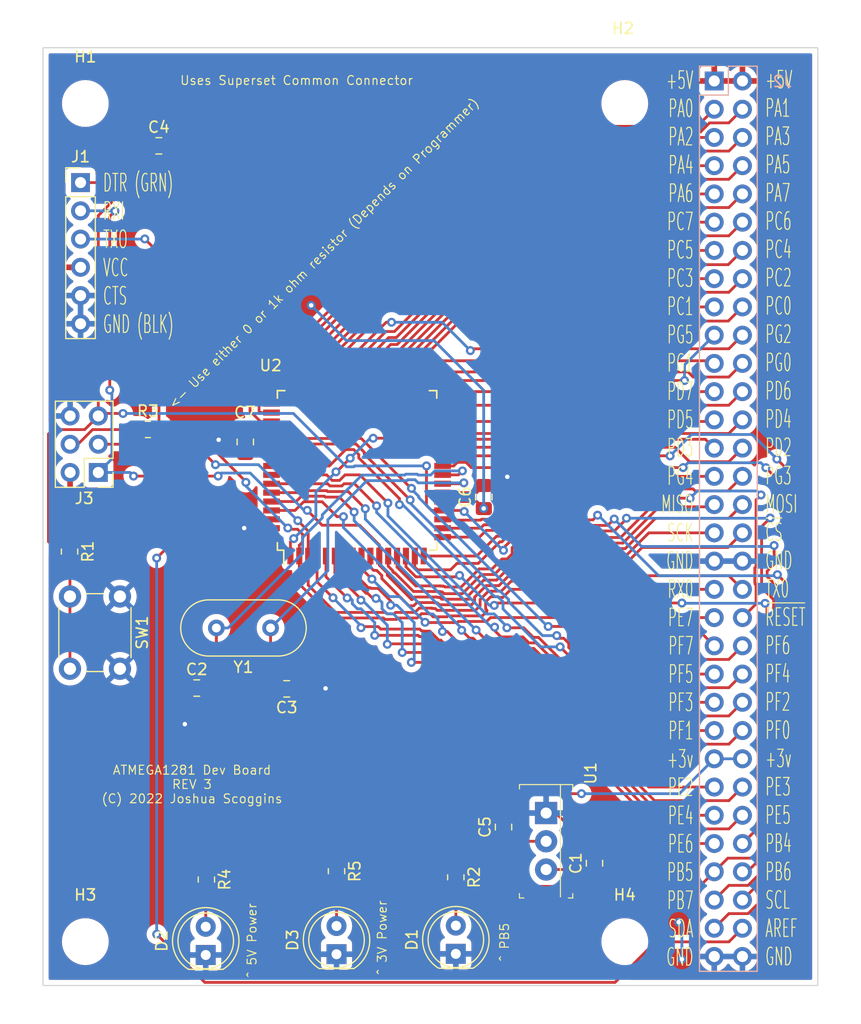
<source format=kicad_pcb>
(kicad_pcb (version 20211014) (generator pcbnew)
  (layers (0 "F.Cu" signal "Front") (31 "B.Cu" signal "Back") (34 "B.Paste" user) (35 "F.Paste" user) (36 "B.SilkS" user "B.Silkscreen") (37 "F.SilkS" user "F.Silkscreen") (38 "B.Mask" user) (39 "F.Mask" user) (44 "Edge.Cuts" user))
  (net 0 "")
  (net 1 "+5V")
  (net 2 "GND")
  (net 3 "Net-(C2-Pad2)")
  (net 4 "Net-(C3-Pad2)")
  (net 5 "/DTR")
  (net 6 "/~{RESET}")
  (net 7 "+3V3")
  (net 8 "Net-(D1-Pad2)")
  (net 9 "/PA0")
  (net 10 "/PA1")
  (net 11 "/PA2")
  (net 12 "/PA3")
  (net 13 "/PA4")
  (net 14 "/PA5")
  (net 15 "/PA6")
  (net 16 "/PA7")
  (net 17 "/PC7")
  (net 18 "/PC6")
  (net 19 "/PC5")
  (net 20 "/PC4")
  (net 21 "/PC3")
  (net 22 "/PC2")
  (net 23 "/PC1")
  (net 24 "/PC0")
  (net 25 "/PB7")
  (net 26 "/PG2")
  (net 27 "/PG1")
  (net 28 "/PG0")
  (net 29 "/PD2")
  (net 30 "/PD3")
  (net 31 "/PD4")
  (net 32 "/PD5")
  (net 33 "/PD6")
  (net 34 "/PD7")
  (net 35 "/PG4")
  (net 36 "/PG3")
  (net 37 "/MISO")
  (net 38 "/MOSI")
  (net 39 "/SCK")
  (net 40 "/~{CS}")
  (net 41 "/RX0")
  (net 42 "/TX0")
  (net 43 "/PE2")
  (net 44 "/PF7")
  (net 45 "/PF6")
  (net 46 "/PF5")
  (net 47 "/PF4")
  (net 48 "/PF3")
  (net 49 "/PF2")
  (net 50 "/PF1")
  (net 51 "/PF0")
  (net 52 "/PE3")
  (net 53 "/PE4")
  (net 54 "/PE5")
  (net 55 "/PE6")
  (net 56 "/PE7")
  (net 57 "/PB4")
  (net 58 "/PB5")
  (net 59 "/PB6")
  (net 60 "/SCL")
  (net 61 "/SDA")
  (net 62 "/AREF")
  (net 63 "Net-(J3-Pad4)")
  (net 64 "Net-(D2-Pad2)")
  (net 65 "Net-(D3-Pad2)")
  (net 66 "/PG5")
  (footprint "Button_Switch_THT:SW_PUSH_6mm" (layer "F.Cu") (at 115.13014 99.75462 -90)
    (fp_text reference "SW1")
    (fp_text value "SW_Push")
  )
  (footprint "LED_THT:LED_D5.0mm" (layer "F.Cu") (at 122.85726 131.99872 90)
    (fp_text reference "D2")
    (fp_text value "LED (5V Rail)")
  )
  (footprint "Capacitor_SMD:C_0805_2012Metric_Pad1.18x1.45mm_HandSolder" (layer "F.Cu") (at 149.6695 120.49252 90)
    (fp_text reference "C5")
    (fp_text value "10uF")
  )
  (footprint "Connector_PinHeader_2.54mm:PinHeader_1x06_P2.54mm_Vertical" (layer "F.Cu") (at 111.58474 62.53226)
    (fp_text reference "J1")
    (fp_text value "Conn_01x06")
  )
  (footprint "LED_THT:LED_D5.0mm" (layer "F.Cu") (at 134.6327 131.93006 90)
    (fp_text reference "D3")
    (fp_text value "LED (3V Rail)")
  )
  (footprint "Capacitor_SMD:C_0805_2012Metric_Pad1.18x1.45mm_HandSolder" (layer "F.Cu") (at 147.89404 90.81262 90)
    (fp_text reference "C6")
    (fp_text value "0.1uF")
  )
  (footprint "MountingHole:MountingHole_3.2mm_M3" (layer "F.Cu") (at 112.01654 55.41772)
    (fp_text reference "H1")
    (fp_text value "MountingHole")
  )
  (footprint "digikey-footprints:TO-220-3" (layer "F.Cu") (at 153.50236 119.23268 -90)
    (fp_text reference "U1")
    (fp_text value "LD1117V33")
  )
  (footprint "Package_QFP:TQFP-64_14x14mm_P0.8mm" (layer "F.Cu") (at 136.48182 88.4174 90)
    (fp_text reference "U2")
    (fp_text value "ATmega1281-16A")
  )
  (footprint "Resistor_SMD:R_0805_2012Metric_Pad1.20x1.40mm_HandSolder" (layer "F.Cu") (at 134.63016 124.46508 -90)
    (fp_text reference "R5")
    (fp_text value "330")
  )
  (footprint "Resistor_SMD:R_0805_2012Metric_Pad1.20x1.40mm_HandSolder" (layer "F.Cu") (at 110.59414 95.71736 -90)
    (fp_text reference "R1")
    (fp_text value "10k")
  )
  (footprint "MountingHole:MountingHole_3.2mm_M3" (layer "F.Cu") (at 112.01654 130.7973)
    (fp_text reference "H3")
    (fp_text value "MountingHole")
  )
  (footprint "Capacitor_SMD:C_0805_2012Metric_Pad1.18x1.45mm_HandSolder" (layer "F.Cu") (at 122.04954 107.99064)
    (fp_text reference "C2")
    (fp_text value "22pF")
  )
  (footprint "LED_THT:LED_D5.0mm" (layer "F.Cu") (at 145.37436 131.89704 90)
    (fp_text reference "D1")
    (fp_text value "LED")
  )
  (footprint "Resistor_SMD:R_0805_2012Metric_Pad1.20x1.40mm_HandSolder" (layer "F.Cu") (at 117.64772 84.73186)
    (fp_text reference "R3")
    (fp_text value "1k or 0")
  )
  (footprint "Capacitor_SMD:C_0805_2012Metric_Pad1.18x1.45mm_HandSolder" (layer "F.Cu") (at 157.85846 123.7488 90)
    (fp_text reference "C1")
    (fp_text value "10uF")
  )
  (footprint "Capacitor_SMD:C_0805_2012Metric_Pad1.18x1.45mm_HandSolder" (layer "F.Cu") (at 118.63324 59.22772)
    (fp_text reference "C4")
    (fp_text value "0.1uF")
  )
  (footprint "MountingHole:MountingHole_3.2mm_M3" (layer "F.Cu") (at 160.58388 130.7973)
    (fp_text reference "H4")
    (fp_text value "MountingHole")
  )
  (footprint "Connector_PinHeader_2.54mm:PinHeader_2x03_P2.54mm_Vertical" (layer "F.Cu") (at 113.18486 88.60306 180)
    (fp_text reference "J3")
    (fp_text value "AVR-ISP-6")
  )
  (footprint "Capacitor_SMD:C_0805_2012Metric_Pad1.18x1.45mm_HandSolder" (layer "F.Cu") (at 130.1496 108.0643 180)
    (fp_text reference "C3")
    (fp_text value "22pF")
  )
  (footprint "Resistor_SMD:R_0805_2012Metric_Pad1.20x1.40mm_HandSolder" (layer "F.Cu") (at 122.91568 125.21184 -90)
    (fp_text reference "R4")
    (fp_text value "330")
  )
  (footprint "Resistor_SMD:R_0805_2012Metric_Pad1.20x1.40mm_HandSolder" (layer "F.Cu") (at 145.37182 125.01118 -90)
    (fp_text reference "R2")
    (fp_text value "330")
  )
  (footprint "CreativeCommon:CreativeCommonShareAlikeCopperSmall" (layer "F.Cu") (at 130.43916 61.93282)
    (fp_text reference "REF**" hide)
    (fp_text value "CreativeCommonShareAlikeCopperSmall")
  )
  (footprint "Crystal:Crystal_HC49-U_Vertical" (layer "F.Cu") (at 128.69418 102.58806 180)
    (fp_text reference "Y1")
    (fp_text value "Crystal")
  )
  (footprint "MountingHole:MountingHole_3.2mm_M3" (layer "F.Cu") (at 160.58388 55.41772)
    (fp_text reference "H2")
    (fp_text value "MountingHole")
  )
  (footprint "Capacitor_SMD:C_0805_2012Metric_Pad1.18x1.45mm_HandSolder" (layer "F.Cu") (at 126.41834 85.85962 -90)
    (fp_text reference "C7")
    (fp_text value "0.1uF")
  )
  (footprint "Connector_PinSocket_2.54mm:PinSocket_2x32_P2.54mm_Vertical" (layer "B.Cu") (at 168.64076 53.39334 180)
    (fp_text reference "J2")
    (fp_text value "Conn_02x32_Counter_Clockwise")
  )
  (gr_rect (start 108.20654 50.40376) (end 177.96256 134.74446) (layer "Edge.Cuts") (width 0.1) (fill none))
  (gr_text "ATMEGA1281 Dev Board\nREV 3\n(C) 2022 Joshua Scoggins" (at 121.61774 116.65458) (layer "F.SilkS") (effects (font (size 0.8 0.8) (thickness 0.1))))
  (gr_text "+5V\nPA0\nPA2\nPA4\nPA6\nPC7\nPC5\nPC3\nPC1\nPG5\nPG1\nPD7\nPD5\nPD3\nPG4\nMISO\nSCK\nGND\nRX0\nPE7\nPF7\nPF5\nPF3\nPF1\n+3v\nPE2\nPE4\nPE6\nPB5\nPB7\nSDA\nGND" (at 166.82974 92.75826) (layer "F.SilkS") (effects (font (size 1.58 0.8) (thickness 0.1)) (justify right)))
  (gr_text "+5V\nPA1\nPA3\nPA5\nPA7\nPC6\nPC4\nPC2\nPC0\nPG2\nPG0\nPD6\nPD4\nPD2\nPG3\nMOSI\n~{CS}\nGND\nTX0\n~{RESET}\nPF6\nPF4\nPF2\nPF0\n+3v\nPE3\nPE5\nPB4\nPB6\nSCL\nAREF\nGND" (at 173.1772 92.72016) (layer "F.SilkS") (effects (font (size 1.58 0.8) (thickness 0.1)) (justify left)))
  (gr_text "^ 5V Power" (at 127.02032 130.67284 90) (layer "F.SilkS") (effects (font (size 0.8 0.8) (thickness 0.1))))
  (gr_text "^ PB5" (at 149.7584 130.83286 90) (layer "F.SilkS") (effects (font (size 0.8 0.8) (thickness 0.1))))
  (gr_text "<- Use either 0 or 1k ohm resistor (Depends on Programmer)" (at 119.66448 82.6897 45) (layer "F.SilkS") (effects (font (size 0.8 0.8) (thickness 0.1)) (justify left)))
  (gr_text "^ 3V Power" (at 138.74242 130.42392 90) (layer "F.SilkS") (effects (font (size 0.8 0.8) (thickness 0.1))))
  (gr_text "DTR (GRN)\nRXI\nTXO\nVCC\nCTS\nGND (BLK)" (at 113.54562 68.92036) (layer "F.SilkS") (effects (font (size 1.58 0.8) (thickness 0.1)) (justify left)))
  (gr_text "Uses Superset Common Connector" (at 131.03352 53.34508) (layer "F.SilkS") (effects (font (size 0.8 0.8) (thickness 0.1))))
  (segment (start 157.38484 124.31268) (end 157.85846 124.7863) (width 0.25) (layer "F.Cu") (net 1))
  (segment (start 144.18182 91.2174) (end 147.26132 91.2174) (width 0.25) (layer "F.Cu") (net 1))
  (segment (start 126.42306 84.8174) (end 126.41834 84.82212) (width 0.25) (layer "F.Cu") (net 1))
  (segment (start 153.50236 124.31268) (end 157.38484 124.31268) (width 0.25) (layer "F.Cu") (net 1))
  (segment (start 147.26132 91.2174) (end 147.88329 91.83937) (width 0.25) (layer "F.Cu") (net 1))
  (segment (start 128.78182 84.8174) (end 126.42306 84.8174) (width 0.25) (layer "F.Cu") (net 1))
  (segment (start 147.88329 91.83937) (end 147.89404 91.85012) (width 0.25) (layer "F.Cu") (net 1))
  (via (at 165.72738 132.37718) (size 0.8) (drill 0.4) (layers "F.Cu" "B.Cu") (net 1))
  (via (at 132.35178 73.5711) (size 0.8) (drill 0.4) (layers "F.Cu" "B.Cu") (net 1))
  (via locked (at 147.88329 91.83937) (size 0.8) (drill 0.4) (layers "F.Cu" "B.Cu") (net 1))
  (via (at 165.44036 129.04216) (size 0.8) (drill 0.4) (layers "F.Cu" "B.Cu") (net 1))
  (segment (start 138.10996 76.74356) (end 135.52424 76.74356) (width 0.25) (layer "B.Cu") (net 1))
  (segment (start 147.88329 91.83937) (end 147.88329 81.21591) (width 0.25) (layer "B.Cu") (net 1))
  (segment (start 145.1991 78.53172) (end 143.41094 76.74356) (width 0.25) (layer "B.Cu") (net 1))
  (segment (start 147.88329 81.21591) (end 145.1991 78.53172) (width 0.25) (layer "B.Cu") (net 1))
  (segment (start 143.41094 76.74356) (end 138.10996 76.74356) (width 0.25) (layer "B.Cu") (net 1))
  (segment (start 135.52424 76.74356) (end 132.35178 73.5711) (width 0.25) (layer "B.Cu") (net 1))
  (segment (start 165.72738 129.32918) (end 165.44036 129.04216) (width 0.25) (layer "B.Cu") (net 1))
  (segment (start 165.72738 132.37718) (end 165.72738 129.32918) (width 0.25) (layer "B.Cu") (net 1))
  (segment (start 126.41834 86.89712) (end 127.69806 85.6174) (width 0.25) (layer "F.Cu") (net 2))
  (segment (start 121.01204 107.99064) (end 121.01204 111.1973) (width 0.25) (layer "F.Cu") (net 2))
  (segment (start 126.3326 93.6174) (end 126.32182 93.60662) (width 0.25) (layer "F.Cu") (net 2))
  (segment (start 128.78182 93.6174) (end 126.3326 93.6174) (width 0.25) (layer "F.Cu") (net 2))
  (segment (start 126.41834 86.89712) (end 125.25366 86.89712) (width 0.25) (layer "F.Cu") (net 2))
  (segment (start 149.6695 119.45502) (end 149.89184 119.23268) (width 0.25) (layer "F.Cu") (net 2))
  (segment (start 127.69806 85.6174) (end 128.78182 85.6174) (width 0.25) (layer "F.Cu") (net 2))
  (segment (start 153.50236 119.23268) (end 154.37984 119.23268) (width 0.25) (layer "F.Cu") (net 2))
  (segment (start 121.01204 111.1973) (end 120.97258 111.23676) (width 0.25) (layer "F.Cu") (net 2))
  (segment (start 154.37984 119.23268) (end 157.85846 122.7113) (width 0.25) (layer "F.Cu") (net 2))
  (segment (start 147.89404 89.77512) (end 149.22364 89.77512) (width 0.25) (layer "F.Cu") (net 2))
  (segment (start 149.22364 89.77512) (end 150.00732 88.99144) (width 0.25) (layer "F.Cu") (net 2))
  (segment (start 147.89404 89.77512) (end 147.25176 90.4174) (width 0.25) (layer "F.Cu") (net 2))
  (segment (start 147.25176 90.4174) (end 144.18182 90.4174) (width 0.25) (layer "F.Cu") (net 2))
  (segment (start 131.1871 108.0643) (end 133.60146 108.0643) (width 0.25) (layer "F.Cu") (net 2))
  (segment (start 133.60146 108.0643) (end 133.64464 108.02112) (width 0.25) (layer "F.Cu") (net 2))
  (segment (start 149.89184 119.23268) (end 153.50236 119.23268) (width 0.25) (layer "F.Cu") (net 2))
  (segment (start 125.25366 86.89712) (end 124.02058 85.66404) (width 0.25) (layer "F.Cu") (net 2))
  (via (at 133.64464 108.02112) (size 0.8) (drill 0.4) (layers "F.Cu" "B.Cu") (net 2))
  (via (at 126.32182 93.60662) (size 0.8) (drill 0.4) (layers "F.Cu" "B.Cu") (net 2))
  (via (at 124.02058 85.66404) (size 0.8) (drill 0.4) (layers "F.Cu" "B.Cu") (net 2))
  (via (at 120.97258 111.23676) (size 0.8) (drill 0.4) (layers "F.Cu" "B.Cu") (net 2))
  (via (at 150.00732 88.99144) (size 0.8) (drill 0.4) (layers "F.Cu" "B.Cu") (net 2))
  (segment (start 145.6119 88.8174) (end 144.18182 88.8174) (width 0.25) (layer "F.Cu") (net 3))
  (segment (start 123.81418 107.2635) (end 123.81418 102.58806) (width 0.25) (layer "F.Cu") (net 3))
  (segment (start 145.96618 88.46312) (end 145.6119 88.8174) (width 0.25) (layer "F.Cu") (net 3))
  (segment (start 123.08704 107.99064) (end 123.81418 107.2635) (width 0.25) (layer "F.Cu") (net 3))
  (via (at 145.96618 88.46312) (size 0.8) (drill 0.4) (layers "F.Cu" "B.Cu") (net 3))
  (segment (start 140.854841 88.756806) (end 141.91027 88.756806) (width 0.25) (layer "B.Cu") (net 3))
  (segment (start 143.105787 88.836355) (end 143.479022 88.46312) (width 0.25) (layer "B.Cu") (net 3))
  (segment (start 124.87484 102.58806) (end 131.579421 95.883479) (width 0.25) (layer "B.Cu") (net 3))
  (segment (start 140.774981 88.836665) (end 140.854841 88.756806) (width 0.25) (layer "B.Cu") (net 3))
  (segment (start 133.351671 92.4051) (end 136.920106 88.836665) (width 0.25) (layer "B.Cu") (net 3))
  (segment (start 141.91027 88.756806) (end 141.989818 88.836355) (width 0.25) (layer "B.Cu") (net 3))
  (segment (start 123.81418 102.58806) (end 124.87484 102.58806) (width 0.25) (layer "B.Cu") (net 3))
  (segment (start 143.479022 88.46312) (end 145.96618 88.46312) (width 0.25) (layer "B.Cu") (net 3))
  (segment (start 131.579421 95.883479) (end 131.579421 94.458015) (width 0.25) (layer "B.Cu") (net 3))
  (segment (start 136.920106 88.836665) (end 140.774981 88.836665) (width 0.25) (layer "B.Cu") (net 3))
  (segment (start 133.351671 92.685764) (end 133.351671 92.4051) (width 0.25) (layer "B.Cu") (net 3))
  (segment (start 131.579421 94.458015) (end 133.351671 92.685764) (width 0.25) (layer "B.Cu") (net 3))
  (segment (start 141.989818 88.836355) (end 143.105787 88.836355) (width 0.25) (layer "B.Cu") (net 3))
  (segment (start 129.1121 108.0643) (end 128.69418 107.64638) (width 0.25) (layer "F.Cu") (net 4))
  (segment (start 144.18182 89.6174) (end 146.014488 89.6174) (width 0.25) (layer "F.Cu") (net 4))
  (segment (start 146.014488 89.6174) (end 146.095727 89.536161) (width 0.25) (layer "F.Cu") (net 4))
  (segment (start 128.69418 107.64638) (end 128.69418 102.58806) (width 0.25) (layer "F.Cu") (net 4))
  (via (at 146.095727 89.536161) (size 0.8) (drill 0.4) (layers "F.Cu" "B.Cu") (net 4))
  (segment (start 128.69418 102.58806) (end 133.851182 97.431058) (width 0.25) (layer "B.Cu") (net 4))
  (segment (start 133.851182 97.431058) (end 133.851182 92.852304) (width 0.25) (layer "B.Cu") (net 4))
  (segment (start 137.36731 89.336176) (end 140.981886 89.336176) (width 0.25) (layer "B.Cu") (net 4))
  (segment (start 141.703365 89.256317) (end 141.983209 89.536161) (width 0.25) (layer "B.Cu") (net 4))
  (segment (start 140.981886 89.336176) (end 141.061745 89.256317) (width 0.25) (layer "B.Cu") (net 4))
  (segment (start 141.061745 89.256317) (end 141.703365 89.256317) (width 0.25) (layer "B.Cu") (net 4))
  (segment (start 133.851182 92.852304) (end 137.36731 89.336176) (width 0.25) (layer "B.Cu") (net 4))
  (segment (start 141.983209 89.536161) (end 146.095727 89.536161) (width 0.25) (layer "B.Cu") (net 4))
  (segment (start 111.58474 62.53226) (end 114.2912 62.53226) (width 0.25) (layer "F.Cu") (net 5))
  (segment (start 114.2912 62.53226) (end 117.59574 59.22772) (width 0.25) (layer "F.Cu") (net 5))
  (segment (start 172.318077 98.518936) (end 172.318077 98.649078) (width 0.25) (layer "F.Cu") (net 6))
  (segment (start 172.405271 100.428829) (end 171.18076 101.65334) (width 0.25) (layer "F.Cu") (net 6))
  (segment (start 163.74618 90.91676) (end 160.2105 94.45244) (width 0.25) (layer "F.Cu") (net 6))
  (segment (start 172.318077 98.649078) (end 172.405271 98.736272) (width 0.25) (layer "F.Cu") (net 6))
  (segment (start 172.292677 98.493536) (end 172.318077 98.518936) (width 0.25) (layer "F.Cu") (net 6))
  (segment (start 108.69676 85.14842) (end 109.097609 84.747571) (width 0.25) (layer "F.Cu") (net 6))
  (segment (start 149.723792 95.333753) (end 149.681161 95.333753) (width 0.25) (layer "F.Cu") (net 6))
  (segment (start 113.41116 83.29676) (end 113.18486 83.52306) (width 0.25) (layer "F.Cu") (net 6))
  (segment (start 150.254427 94.847186) (end 150.210361 94.847185) (width 0.25) (layer "F.Cu") (net 6))
  (segment (start 172.405271 91.071469) (end 172.405271 97.067247) (width 0.25) (layer "F.Cu") (net 6))
  (segment (start 119.67074 59.22772) (end 119.455629 59.22772) (width 0.25) (layer "F.Cu") (net 6))
  (segment (start 119.455629 59.22772) (end 113.18486 65.498489) (width 0.25) (layer "F.Cu") (net 6))
  (segment (start 108.69676 94.81998) (end 108.69676 85.14842) (width 0.25) (layer "F.Cu") (net 6))
  (segment (start 146.0305 92.0174) (end 146.12874 92.11564) (width 0.25) (layer "F.Cu") (net 6))
  (segment (start 111.960349 84.747571) (end 113.18486 83.52306) (width 0.25) (layer "F.Cu") (net 6))
  (segment (start 110.59414 96.71736) (end 108.69676 94.81998) (width 0.25) (layer "F.Cu") (net 6))
  (segment (start 150.649173 94.45244) (end 150.254427 94.847186) (width 0.25) (layer "F.Cu") (net 6))
  (segment (start 150.210361 94.847185) (end 149.723792 95.333753) (width 0.25) (layer "F.Cu") (net 6))
  (segment (start 172.405271 98.736272) (end 172.405271 100.428829) (width 0.25) (layer "F.Cu") (net 6))
  (segment (start 149.666646 95.348268) (end 149.666646 95.604534) (width 0.25) (layer "F.Cu") (net 6))
  (segment (start 143.18182 92.0174) (end 142.73022 91.5658) (width 0.25) (layer "F.Cu") (net 6))
  (segment (start 110.63014 96.75336) (end 110.63014 99.75462) (width 0.25) (layer "F.Cu") (net 6))
  (segment (start 113.18486 65.498489) (end 113.18486 83.52306) (width 0.25) (layer "F.Cu") (net 6))
  (segment (start 172.85208 90.62466) (end 172.405271 91.071469) (width 0.25) (layer "F.Cu") (net 6))
  (segment (start 109.097609 84.747571) (end 111.960349 84.747571) (width 0.25) (layer "F.Cu") (net 6))
  (segment (start 142.73022 91.5658) (end 142.73022 88.011) (width 0.25) (layer "F.Cu") (net 6))
  (segment (start 144.18182 92.0174) (end 146.0305 92.0174) (width 0.25) (layer "F.Cu") (net 6))
  (segment (start 160.2105 94.45244) (end 150.649173 94.45244) (width 0.25) (layer "F.Cu") (net 6))
  (segment (start 172.405271 97.067247) (end 172.292677 97.179841) (width 0.25) (layer "F.Cu") (net 6))
  (segment (start 110.63014 99.75462) (end 110.63014 106.25462) (width 0.25) (layer "F.Cu") (net 6))
  (segment (start 166.46906 90.91676) (end 163.74618 90.91676) (width 0.25) (layer "F.Cu") (net 6))
  (segment (start 149.681161 95.333753) (end 149.666646 95.348268) (width 0.25) (layer "F.Cu") (net 6))
  (segment (start 110.59414 96.71736) (end 110.63014 96.75336) (width 0.25) (layer "F.Cu") (net 6))
  (segment (start 115.40744 83.29676) (end 113.41116 83.29676) (width 0.25) (layer "F.Cu") (net 6))
  (segment (start 144.18182 92.0174) (end 143.18182 92.0174) (width 0.25) (layer "F.Cu") (net 6))
  (segment (start 172.292677 97.179841) (end 172.292677 98.493536) (width 0.25) (layer "F.Cu") (net 6))
  (via (at 115.40744 83.29676) (size 0.8) (drill 0.4) (layers "F.Cu" "B.Cu") (net 6))
  (via (at 142.73022 88.011) (size 0.8) (drill 0.4) (layers "F.Cu" "B.Cu") (net 6))
  (via (at 149.666646 95.604534) (size 0.8) (drill 0.4) (layers "F.Cu" "B.Cu") (net 6))
  (via (at 166.46906 90.91676) (size 0.8) (drill 0.4) (layers "F.Cu" "B.Cu") (net 6))
  (via (at 146.12874 92.11564) (size 0.8) (drill 0.4) (layers "F.Cu" "B.Cu") (net 6))
  (via (at 172.85208 90.62466) (size 0.8) (drill 0.4) (layers "F.Cu" "B.Cu") (net 6))
  (segment (start 135.54125 88.092081) (end 130.745929 83.29676) (width 0.25) (layer "B.Cu") (net 6))
  (segment (start 136.263951 88.011) (end 136.18287 88.092081) (width 0.25) (layer "B.Cu") (net 6))
  (segment (start 149.617634 95.604534) (end 149.666646 95.604534) (width 0.25) (layer "B.Cu") (net 6))
  (segment (start 167.116991 90.268829) (end 172.496249 90.268829) (width 0.25) (layer "B.Cu") (net 6))
  (segment (start 136.18287 88.092081) (end 135.54125 88.092081) (width 0.25) (layer "B.Cu") (net 6))
  (segment (start 166.46906 90.91676) (end 167.116991 90.268829) (width 0.25) (layer "B.Cu") (net 6))
  (segment (start 142.73022 88.011) (end 136.263951 88.011) (width 0.25) (layer "B.Cu") (net 6))
  (segment (start 130.745929 83.29676) (end 115.40744 83.29676) (width 0.25) (layer "B.Cu") (net 6))
  (segment (start 172.496249 90.268829) (end 172.85208 90.62466) (width 0.25) (layer "B.Cu") (net 6))
  (segment (start 146.12874 92.11564) (end 149.617634 95.604534) (width 0.25) (layer "B.Cu") (net 6))
  (segment (start 153.50236 121.77268) (end 149.91216 121.77268) (width 0.25) (layer "F.Cu") (net 7))
  (segment (start 134.63016 123.46508) (end 136.56522 121.53002) (width 0.25) (layer "F.Cu") (net 7))
  (segment (start 149.8854 117.49024) (end 156.68752 117.49024) (width 0.25) (layer "F.Cu") (net 7))
  (segment (start 136.56522 121.53002) (end 149.6695 121.53002) (width 0.25) (layer "F.Cu") (net 7))
  (segment (start 148.56998 120.4305) (end 148.56998 118.80566) (width 0.25) (layer "F.Cu") (net 7))
  (segment (start 149.6695 121.53002) (end 148.56998 120.4305) (width 0.25) (layer "F.Cu") (net 7))
  (segment (start 149.91216 121.77268) (end 149.6695 121.53002) (width 0.25) (layer "F.Cu") (net 7))
  (segment (start 148.56998 118.80566) (end 149.8854 117.49024) (width 0.25) (layer "F.Cu") (net 7))
  (via (at 156.68752 117.49024) (size 0.8) (drill 0.4) (layers "F.Cu" "B.Cu") (net 7))
  (segment (start 165.50386 117.49024) (end 168.64076 114.35334) (width 0.25) (layer "B.Cu") (net 7))
  (segment (start 171.18076 114.35334) (end 168.64076 114.35334) (width 0.25) (layer "B.Cu") (net 7))
  (segment (start 156.68752 117.49024) (end 165.50386 117.49024) (width 0.25) (layer "B.Cu") (net 7))
  (segment (start 145.37436 126.01372) (end 145.37436 129.35704) (width 0.25) (layer "F.Cu") (net 8))
  (segment (start 145.37182 126.01118) (end 145.37436 126.01372) (width 0.25) (layer "F.Cu") (net 8))
  (segment (start 150.53805 57.474318) (end 167.099782 57.474318) (width 0.25) (layer "F.Cu") (net 9))
  (segment (start 127.78182 84.0174) (end 126.843389 83.078969) (width 0.25) (layer "F.Cu") (net 9))
  (segment (start 126.843389 81.168979) (end 150.53805 57.474318) (width 0.25) (layer "F.Cu") (net 9))
  (segment (start 126.843389 83.078969) (end 126.843389 81.168979) (width 0.25) (layer "F.Cu") (net 9))
  (segment (start 167.099782 57.474318) (end 168.64076 55.93334) (width 0.25) (layer "F.Cu") (net 9))
  (segment (start 128.78182 84.0174) (end 127.78182 84.0174) (width 0.25) (layer "F.Cu") (net 9))
  (segment (start 168.219679 57.1627) (end 169.9514 57.1627) (width 0.25) (layer "F.Cu") (net 10))
  (segment (start 150.744954 57.973829) (end 167.40855 57.973829) (width 0.25) (layer "F.Cu") (net 10))
  (segment (start 169.9514 57.1627) (end 171.18076 55.93334) (width 0.25) (layer "F.Cu") (net 10))
  (segment (start 167.40855 57.973829) (end 168.219679 57.1627) (width 0.25) (layer "F.Cu") (net 10))
  (segment (start 127.657309 83.092889) (end 127.657309 81.061474) (width 0.25) (layer "F.Cu") (net 10))
  (segment (start 128.78182 83.2174) (end 127.78182 83.2174) (width 0.25) (layer "F.Cu") (net 10))
  (segment (start 127.657309 81.061474) (end 150.744954 57.973829) (width 0.25) (layer "F.Cu") (net 10))
  (segment (start 127.78182 83.2174) (end 127.657309 83.092889) (width 0.25) (layer "F.Cu") (net 10))
  (segment (start 128.78182 80.643378) (end 150.951858 58.47334) (width 0.25) (layer "F.Cu") (net 11))
  (segment (start 150.951858 58.47334) (end 168.64076 58.47334) (width 0.25) (layer "F.Cu") (net 11))
  (segment (start 128.78182 82.4174) (end 128.78182 80.643378) (width 0.25) (layer "F.Cu") (net 11))
  (segment (start 130.48182 80.7174) (end 130.48182 79.7174) (width 0.25) (layer "F.Cu") (net 12))
  (segment (start 130.48182 79.7174) (end 150.501369 59.697851) (width 0.25) (layer "F.Cu") (net 12))
  (segment (start 169.956249 59.697851) (end 171.18076 58.47334) (width 0.25) (layer "F.Cu") (net 12))
  (segment (start 150.501369 59.697851) (end 169.956249 59.697851) (width 0.25) (layer "F.Cu") (net 12))
  (segment (start 131.28182 80.7174) (end 131.28182 79.717064) (width 0.25) (layer "F.Cu") (net 13))
  (segment (start 131.28182 79.717064) (end 149.985544 61.01334) (width 0.25) (layer "F.Cu") (net 13))
  (segment (start 149.985544 61.01334) (end 168.64076 61.01334) (width 0.25) (layer "F.Cu") (net 13))
  (segment (start 132.08182 79.623478) (end 132.08182 80.7174) (width 0.25) (layer "F.Cu") (net 14))
  (segment (start 169.956249 62.237851) (end 149.467447 62.237851) (width 0.25) (layer "F.Cu") (net 14))
  (segment (start 149.467447 62.237851) (end 132.08182 79.623478) (width 0.25) (layer "F.Cu") (net 14))
  (segment (start 171.18076 61.01334) (end 169.956249 62.237851) (width 0.25) (layer "F.Cu") (net 14))
  (segment (start 132.88182 79.529894) (end 148.858374 63.55334) (width 0.25) (layer "F.Cu") (net 15))
  (segment (start 148.858374 63.55334) (end 168.64076 63.55334) (width 0.25) (layer "F.Cu") (net 15))
  (segment (start 132.88182 80.7174) (end 132.88182 79.529894) (width 0.25) (layer "F.Cu") (net 15))
  (segment (start 133.68182 79.436309) (end 133.68182 80.7174) (width 0.25) (layer "F.Cu") (net 16))
  (segment (start 171.18076 63.55334) (end 169.956249 64.777851) (width 0.25) (layer "F.Cu") (net 16))
  (segment (start 148.340278 64.777851) (end 133.68182 79.436309) (width 0.25) (layer "F.Cu") (net 16))
  (segment (start 169.956249 64.777851) (end 148.340278 64.777851) (width 0.25) (layer "F.Cu") (net 16))
  (segment (start 149.680533 66.09334) (end 139.845852 75.928021) (width 0.25) (layer "F.Cu") (net 17))
  (segment (start 139.071199 75.928021) (end 135.28182 79.7174) (width 0.25) (layer "F.Cu") (net 17))
  (segment (start 135.28182 79.7174) (end 135.28182 80.7174) (width 0.25) (layer "F.Cu") (net 17))
  (segment (start 168.64076 66.09334) (end 149.680533 66.09334) (width 0.25) (layer "F.Cu") (net 17))
  (segment (start 139.845852 75.928021) (end 139.071199 75.928021) (width 0.25) (layer "F.Cu") (net 17))
  (segment (start 169.956249 67.317851) (end 171.18076 66.09334) (width 0.25) (layer "F.Cu") (net 18))
  (segment (start 140.009576 76.470712) (end 149.162437 67.317851) (width 0.25) (layer "F.Cu") (net 18))
  (segment (start 139.328508 76.470712) (end 140.009576 76.470712) (width 0.25) (layer "F.Cu") (net 18))
  (segment (start 136.08182 79.7174) (end 139.328508 76.470712) (width 0.25) (layer "F.Cu") (net 18))
  (segment (start 149.162437 67.317851) (end 169.956249 67.317851) (width 0.25) (layer "F.Cu") (net 18))
  (segment (start 136.08182 80.7174) (end 136.08182 79.7174) (width 0.25) (layer "F.Cu") (net 18))
  (segment (start 136.88182 79.7174) (end 136.88182 80.7174) (width 0.25) (layer "F.Cu") (net 19))
  (segment (start 148.553366 68.63334) (end 140.091372 77.095334) (width 0.25) (layer "F.Cu") (net 19))
  (segment (start 168.64076 68.63334) (end 148.553366 68.63334) (width 0.25) (layer "F.Cu") (net 19))
  (segment (start 140.091372 77.095334) (end 139.503886 77.095334) (width 0.25) (layer "F.Cu") (net 19))
  (segment (start 139.503886 77.095334) (end 136.88182 79.7174) (width 0.25) (layer "F.Cu") (net 19))
  (segment (start 137.68182 79.7174) (end 139.804375 77.594845) (width 0.25) (layer "F.Cu") (net 20))
  (segment (start 137.68182 80.7174) (end 137.68182 79.7174) (width 0.25) (layer "F.Cu") (net 20))
  (segment (start 147.979623 69.9135) (end 169.9006 69.9135) (width 0.25) (layer "F.Cu") (net 20))
  (segment (start 169.9006 69.9135) (end 171.18076 68.63334) (width 0.25) (layer "F.Cu") (net 20))
  (segment (start 140.298278 77.594845) (end 147.979623 69.9135) (width 0.25) (layer "F.Cu") (net 20))
  (segment (start 139.804375 77.594845) (end 140.298278 77.594845) (width 0.25) (layer "F.Cu") (net 20))
  (segment (start 140.104864 78.094356) (end 140.505182 78.094356) (width 0.25) (layer "F.Cu") (net 21))
  (segment (start 138.48182 80.7174) (end 138.48182 79.7174) (width 0.25) (layer "F.Cu") (net 21))
  (segment (start 147.426198 71.17334) (end 168.64076 71.17334) (width 0.25) (layer "F.Cu") (net 21))
  (segment (start 140.505182 78.094356) (end 147.426198 71.17334) (width 0.25) (layer "F.Cu") (net 21))
  (segment (start 138.48182 79.7174) (end 140.104864 78.094356) (width 0.25) (layer "F.Cu") (net 21))
  (segment (start 139.28182 79.7174) (end 139.28182 80.7174) (width 0.25) (layer "F.Cu") (net 22))
  (segment (start 171.18076 71.17334) (end 169.956249 72.397851) (width 0.25) (layer "F.Cu") (net 22))
  (segment (start 169.956249 72.397851) (end 146.908102 72.397851) (width 0.25) (layer "F.Cu") (net 22))
  (segment (start 140.405353 78.593867) (end 139.28182 79.7174) (width 0.25) (layer "F.Cu") (net 22))
  (segment (start 146.908102 72.397851) (end 140.712086 78.593867) (width 0.25) (layer "F.Cu") (net 22))
  (segment (start 140.712086 78.593867) (end 140.405353 78.593867) (width 0.25) (layer "F.Cu") (net 22))
  (segment (start 140.705842 79.093378) (end 140.08182 79.7174) (width 0.25) (layer "F.Cu") (net 23))
  (segment (start 168.64076 73.71334) (end 146.299028 73.71334) (width 0.25) (layer "F.Cu") (net 23))
  (segment (start 140.08182 79.7174) (end 140.08182 80.7174) (width 0.25) (layer "F.Cu") (net 23))
  (segment (start 146.299028 73.71334) (end 140.91899 79.093378) (width 0.25) (layer "F.Cu") (net 23))
  (segment (start 140.91899 79.093378) (end 140.705842 79.093378) (width 0.25) (layer "F.Cu") (net 23))
  (segment (start 140.88182 79.836963) (end 145.732903 74.98588) (width 0.25) (layer "F.Cu") (net 24))
  (segment (start 169.90822 74.98588) (end 171.18076 73.71334) (width 0.25) (layer "F.Cu") (net 24))
  (segment (start 140.88182 80.7174) (end 140.88182 79.836963) (width 0.25) (layer "F.Cu") (net 24))
  (segment (start 145.732903 74.98588) (end 169.90822 74.98588) (width 0.25) (layer "F.Cu") (net 24))
  (segment (start 174.978862 98.44242) (end 174.327759 97.791317) (width 0.25) (layer "F.Cu") (net 25))
  (segment (start 144.18182 94.4174) (end 147.50236 94.4174) (width 0.25) (layer "F.Cu") (net 25))
  (segment (start 169.956249 125.737851) (end 171.68797 125.737851) (width 0.25) (layer "F.Cu") (net 25))
  (segment (start 174.978862 99.620981) (end 174.978862 98.44242) (width 0.25) (layer "F.Cu") (net 25))
  (segment (start 171.68797 125.737851) (end 174.991363 122.434458) (width 0.25) (layer "F.Cu") (net 25))
  (segment (start 149.565409 93.348653) (end 149.633714 93.348653) (width 0.25) (layer "F.Cu") (net 25))
  (segment (start 150.116824 92.865543) (end 157.715617 92.865543) (width 0.25) (layer "F.Cu") (net 25))
  (segment (start 149.1029 93.811162) (end 149.565409 93.348653) (width 0.25) (layer "F.Cu") (net 25))
  (segment (start 174.991363 99.633482) (end 174.978862 99.620981) (width 0.25) (layer "F.Cu") (net 25))
  (segment (start 168.64076 127.05334) (end 169.956249 125.737851) (width 0.25) (layer "F.Cu") (net 25))
  (segment (start 147.50236 94.4174) (end 148.108598 93.811162) (width 0.25) (layer "F.Cu") (net 25))
  (segment (start 148.108598 93.811162) (end 149.1029 93.811162) (width 0.25) (layer "F.Cu") (net 25))
  (segment (start 157.715617 92.865543) (end 158.13532 92.44584) (width 0.25) (layer "F.Cu") (net 25))
  (segment (start 149.633714 93.348653) (end 150.116824 92.865543) (width 0.25) (layer "F.Cu") (net 25))
  (segment (start 174.991363 122.434458) (end 174.991363 99.633482) (width 0.25) (layer "F.Cu") (net 25))
  (via (at 174.327759 97.791317) (size 0.8) (drill 0.4) (layers "F.Cu" "B.Cu") (net 25))
  (via (at 158.13532 92.44584) (size 0.8) (drill 0.4) (layers "F.Cu" "B.Cu") (net 25))
  (segment (start 158.19374 92.44584) (end 163.636729 97.888829) (width 0.25) (layer "B.Cu") (net 25))
  (segment (start 174.230247 97.888829) (end 174.327759 97.791317) (width 0.25) (layer "B.Cu") (net 25))
  (segment (start 158.13532 92.44584) (end 158.19374 92.44584) (width 0.25) (layer "B.Cu") (net 25))
  (segment (start 163.636729 97.888829) (end 174.230247 97.888829) (width 0.25) (layer "B.Cu") (net 25))
  (segment (start 146.685 77.64272) (end 146.849869 77.477851) (width 0.25) (layer "F.Cu") (net 26))
  (segment (start 134.48182 79.7174) (end 139.105083 75.094137) (width 0.25) (layer "F.Cu") (net 26))
  (segment (start 139.105083 75.094137) (end 139.584422 75.094137) (width 0.25) (layer "F.Cu") (net 26))
  (segment (start 146.849869 77.477851) (end 169.956249 77.477851) (width 0.25) (layer "F.Cu") (net 26))
  (segment (start 169.956249 77.477851) (end 171.18076 76.25334) (width 0.25) (layer "F.Cu") (net 26))
  (segment (start 134.48182 80.7174) (end 134.48182 79.7174) (width 0.25) (layer "F.Cu") (net 26))
  (via (at 139.584422 75.094137) (size 0.8) (drill 0.4) (layers "F.Cu" "B.Cu") (net 26))
  (via (at 146.685 77.64272) (size 0.8) (drill 0.4) (layers "F.Cu" "B.Cu") (net 26))
  (segment (start 144.136417 75.094137) (end 146.685 77.64272) (width 0.25) (layer "B.Cu") (net 26))
  (segment (start 139.584422 75.094137) (end 144.136417 75.094137) (width 0.25) (layer "B.Cu") (net 26))
  (segment (start 141.68182 79.743378) (end 142.86888 78.556318) (width 0.25) (layer "F.Cu") (net 27))
  (segment (start 168.403738 78.556318) (end 168.64076 78.79334) (width 0.25) (layer "F.Cu") (net 27))
  (segment (start 141.68182 80.7174) (end 141.68182 79.743378) (width 0.25) (layer "F.Cu") (net 27))
  (segment (start 142.86888 78.556318) (end 168.403738 78.556318) (width 0.25) (layer "F.Cu") (net 27))
  (segment (start 166.74228 80.021029) (end 169.953071 80.021029) (width 0.25) (layer "F.Cu") (net 28))
  (segment (start 143.638601 79.560619) (end 166.28187 79.560619) (width 0.25) (layer "F.Cu") (net 28))
  (segment (start 142.48182 80.7174) (end 143.638601 79.560619) (width 0.25) (layer "F.Cu") (net 28))
  (segment (start 169.953071 80.021029) (end 171.18076 78.79334) (width 0.25) (layer "F.Cu") (net 28))
  (segment (start 166.28187 79.560619) (end 166.74228 80.021029) (width 0.25) (layer "F.Cu") (net 28))
  (segment (start 144.261881 86.337339) (end 144.18182 86.4174) (width 0.25) (layer "F.Cu") (net 29))
  (segment (start 171.18076 86.41334) (end 169.956249 87.637851) (width 0.25) (layer "F.Cu") (net 29))
  (segment (start 169.956249 87.637851) (end 166.411442 87.637851) (width 0.25) (layer "F.Cu") (net 29))
  (segment (start 166.411442 87.637851) (end 165.11093 86.337339) (width 0.25) (layer "F.Cu") (net 29))
  (segment (start 165.11093 86.337339) (end 144.261881 86.337339) (width 0.25) (layer "F.Cu") (net 29))
  (segment (start 167.84482 85.6174) (end 168.64076 86.41334) (width 0.25) (layer "F.Cu") (net 30))
  (segment (start 144.18182 85.6174) (end 167.84482 85.6174) (width 0.25) (layer "F.Cu") (net 30))
  (segment (start 145.18182 84.8174) (end 144.18182 84.8174) (width 0.25) (layer "F.Cu") (net 31))
  (segment (start 171.18076 83.87334) (end 169.956249 85.097851) (width 0.25) (layer "F.Cu") (net 31))
  (segment (start 169.956249 85.097851) (end 145.462271 85.097851) (width 0.25) (layer "F.Cu") (net 31))
  (segment (start 145.462271 85.097851) (end 145.18182 84.8174) (width 0.25) (layer "F.Cu") (net 31))
  (segment (start 144.18182 84.0174) (end 168.4967 84.0174) (width 0.25) (layer "F.Cu") (net 32))
  (segment (start 168.4967 84.0174) (end 168.64076 83.87334) (width 0.25) (layer "F.Cu") (net 32))
  (segment (start 171.18076 81.33334) (end 169.956249 82.557851) (width 0.25) (layer "F.Cu") (net 33))
  (segment (start 169.956249 82.557851) (end 145.815391 82.557851) (width 0.25) (layer "F.Cu") (net 33))
  (segment (start 145.155842 83.2174) (end 144.18182 83.2174) (width 0.25) (layer "F.Cu") (net 33))
  (segment (start 145.815391 82.557851) (end 145.155842 83.2174) (width 0.25) (layer "F.Cu") (net 33))
  (segment (start 144.18182 82.4174) (end 145.26588 81.33334) (width 0.25) (layer "F.Cu") (net 34))
  (segment (start 145.26588 81.33334) (end 168.64076 81.33334) (width 0.25) (layer "F.Cu") (net 34))
  (segment (start 153.546111 88.95334) (end 168.64076 88.95334) (width 0.25) (layer "F.Cu") (net 35))
  (segment (start 148.653531 92.81214) (end 149.64995 91.815721) (width 0.25) (layer "F.Cu") (net 35))
  (segment (start 144.18182 92.8174) (end 144.254561 92.890141) (width 0.25) (layer "F.Cu") (net 35))
  (segment (start 147.694789 92.81214) (end 148.653531 92.81214) (width 0.25) (layer "F.Cu") (net 35))
  (segment (start 149.99131 91.866521) (end 150.63293 91.866521) (width 0.25) (layer "F.Cu") (net 35))
  (segment (start 147.616787 92.890141) (end 147.694789 92.81214) (width 0.25) (layer "F.Cu") (net 35))
  (segment (start 149.94051 91.815721) (end 149.99131 91.866521) (width 0.25) (layer "F.Cu") (net 35))
  (segment (start 150.63293 91.866521) (end 153.546111 88.95334) (width 0.25) (layer "F.Cu") (net 35))
  (segment (start 144.254561 92.890141) (end 147.616787 92.890141) (width 0.25) (layer "F.Cu") (net 35))
  (segment (start 149.64995 91.815721) (end 149.94051 91.815721) (width 0.25) (layer "F.Cu") (net 35))
  (segment (start 149.909919 92.366032) (end 149.426809 92.849142) (width 0.25) (layer "F.Cu") (net 36))
  (segment (start 148.860435 93.311651) (end 147.901693 93.311651) (width 0.25) (layer "F.Cu") (net 36))
  (segment (start 149.426809 92.849142) (end 149.322945 92.849142) (width 0.25) (layer "F.Cu") (net 36))
  (segment (start 147.901693 93.311651) (end 147.595944 93.6174) (width 0.25) (layer "F.Cu") (net 36))
  (segment (start 153.124567 90.081299) (end 150.839834 92.366032) (width 0.25) (layer "F.Cu") (net 36))
  (segment (start 149.322945 92.849142) (end 148.860435 93.311651) (width 0.25) (layer "F.Cu") (net 36))
  (segment (start 171.18076 88.95334) (end 169.865271 90.268829) (width 0.25) (layer "F.Cu") (net 36))
  (segment (start 166.72891 90.081299) (end 153.124567 90.081299) (width 0.25) (layer "F.Cu") (net 36))
  (segment (start 166.91644 90.268829) (end 166.72891 90.081299) (width 0.25) (layer "F.Cu") (net 36))
  (segment (start 169.865271 90.268829) (end 166.91644 90.268829) (width 0.25) (layer "F.Cu") (net 36))
  (segment (start 150.839834 92.366032) (end 149.909919 92.366032) (width 0.25) (layer "F.Cu") (net 36))
  (segment (start 147.595944 93.6174) (end 144.18182 93.6174) (width 0.25) (layer "F.Cu") (net 36))
  (segment (start 144.050028 98.810566) (end 144.050042 98.810566) (width 0.25) (layer "F.Cu") (net 37))
  (segment (start 144.050042 98.810566) (end 144.060179 98.820704) (width 0.25) (layer "F.Cu") (net 37))
  (segment (start 145.854871 98.905103) (end 146.893311 97.866662) (width 0.25) (layer "F.Cu") (net 37))
  (segment (start 150.856078 94.951951) (end 160.417405 94.951951) (width 0.25) (layer "F.Cu") (net 37))
  (segment (start 144.194815 98.830886) (end 144.194822 98.830886) (width 0.25) (layer "F.Cu") (net 37))
  (segment (start 143.961093 98.805464) (end 143.961113 98.805484) (width 0.25) (layer "F.Cu") (net 37))
  (segment (start 147.892357 97.281448) (end 147.892373 97.281464) (width 0.25) (layer "F.Cu") (net 37))
  (segment (start 144.184626 98.820704) (end 144.184631 98.820709) (width 0.25) (layer "F.Cu") (net 37))
  (segment (start 143.961141 98.805484) (end 143.961161 98.805504) (width 0.25) (layer "F.Cu") (net 37))
  (segment (start 143.133573 98.805424) (end 143.340477 98.805444) (width 0.25) (layer "F.Cu") (net 37))
  (segment (start 148.632063 97.281464) (end 149.534493 96.379035) (width 0.25) (layer "F.Cu") (net 37))
  (segment (start 149.987455 96.379035) (end 150.441147 95.925344) (width 0.25) (layer "F.Cu") (net 37))
  (segment (start 146.893327 97.866623) (end 146.893327 97.8666) (width 0.25) (layer "F.Cu") (net 37))
  (segment (start 147.039833 97.720117) (end 147.185918 97.574032) (width 0.25) (layer "F.Cu") (net 37))
  (segment (start 143.133524 98.805444) (end 143.133553 98.805444) (width 0.25) (layer "F.Cu") (net 37))
  (segment (start 144.050004 98.810555) (end 144.050017 98.810555) (width 0.25) (layer "F.Cu") (net 37))
  (segment (start 168.442839 91.691261) (end 168.64076 91.49334) (width 0.25) (layer "F.Cu") (net 37))
  (segment (start 143.96623 98.810544) (end 144.049993 98.810544) (width 0.25) (layer "F.Cu") (net 37))
  (segment (start 143.133504 98.805464) (end 143.133524 98.805444) (width 0.25) (layer "F.Cu") (net 37))
  (segment (start 160.417405 94.951951) (end 163.678095 91.691261) (width 0.25) (layer "F.Cu") (net 37))
  (segment (start 143.961191 98.805504) (end 143.96623 98.810544) (width 0.25) (layer "F.Cu") (net 37))
  (segment (start 147.478586 97.281432) (end 147.478681 97.281432) (width 0.25) (layer "F.Cu") (net 37))
  (segment (start 147.478547 97.281448) (end 147.478572 97.281448) (width 0.25) (layer "F.Cu") (net 37))
  (segment (start 140.08182 96.1174) (end 140.08182 97.1174) (width 0.25) (layer "F.Cu") (net 37))
  (segment (start 144.352253 98.841024) (end 144.416332 98.905103) (width 0.25) (layer "F.Cu") (net 37))
  (segment (start 144.416332 98.905103) (end 145.854871 98.905103) (width 0.25) (layer "F.Cu") (net 37))
  (segment (start 143.961161 98.805504) (end 143.961191 98.805504) (width 0.25) (layer "F.Cu") (net 37))
  (segment (start 147.478681 97.281432) (end 147.685787 97.281448) (width 0.25) (layer "F.Cu") (net 37))
  (segment (start 147.47853 97.281465) (end 147.478547 97.281448) (width 0.25) (layer "F.Cu") (net 37))
  (segment (start 144.184638 98.820709) (end 144.194815 98.830886) (width 0.25) (layer "F.Cu") (net 37))
  (segment (start 147.18594 97.574032) (end 147.478508 97.281465) (width 0.25) (layer "F.Cu") (net 37))
  (segment (start 147.892373 97.281464) (end 148.632063 97.281464) (width 0.25) (layer "F.Cu") (net 37))
  (segment (start 144.204959 98.841024) (end 144.352253 98.841024) (width 0.25) (layer "F.Cu") (net 37))
  (segment (start 147.185918 97.574032) (end 147.18594 97.574032) (width 0.25) (layer "F.Cu") (net 37))
  (segment (start 143.961113 98.805484) (end 143.961141 98.805484) (width 0.25) (layer "F.Cu") (net 37))
  (segment (start 150.441147 95.925344) (end 150.441147 95.366881) (width 0.25) (layer "F.Cu") (net 37))
  (segment (start 163.678095 91.691261) (end 168.442839 91.691261) (width 0.25) (layer "F.Cu") (net 37))
  (segment (start 146.893327 97.8666) (end 147.039833 97.720117) (width 0.25) (layer "F.Cu") (net 37))
  (segment (start 144.050017 98.810555) (end 144.050028 98.810566) (width 0.25) (layer "F.Cu") (net 37))
  (segment (start 143.547354 98.805464) (end 143.961093 98.805464) (width 0.25) (layer "F.Cu") (net 37))
  (segment (start 143.547334 98.805444) (end 143.547354 98.805464) (width 0.25) (layer "F.Cu") (net 37))
  (segment (start 143.340477 98.805444) (end 143.547334 98.805444) (width 0.25) (layer "F.Cu") (net 37))
  (segment (start 144.184631 98.820709) (end 144.184638 98.820709) (width 0.25) (layer "F.Cu") (net 37))
  (segment (start 144.060179 98.820704) (end 144.184626 98.820704) (width 0.25) (layer "F.Cu") (net 37))
  (segment (start 147.685787 97.281448) (end 147.892357 97.281448) (width 0.25) (layer "F.Cu") (net 37))
  (segment (start 141.769884 98.805464) (end 143.133504 98.805464) (width 0.25) (layer "F.Cu") (net 37))
  (segment (start 146.893311 97.866662) (end 146.893311 97.866639) (width 0.25) (layer "F.Cu") (net 37))
  (segment (start 140.08182 97.1174) (end 141.769884 98.805464) (width 0.25) (layer "F.Cu") (net 37))
  (segment (start 144.049993 98.810544) (end 144.050004 98.810555) (width 0.25) (layer "F.Cu") (net 37))
  (segment (start 150.441147 95.366881) (end 150.856078 94.951951) (width 0.25) (layer "F.Cu") (net 37))
  (segment (start 144.194822 98.830886) (end 144.204959 98.841024) (width 0.25) (layer "F.Cu") (net 37))
  (segment (start 147.478508 97.281465) (end 147.47853 97.281465) (width 0.25) (layer "F.Cu") (net 37))
  (segment (start 143.133553 98.805444) (end 143.133573 98.805424) (width 0.25) (layer "F.Cu") (net 37))
  (segment (start 147.478572 97.281448) (end 147.478586 97.281432) (width 0.25) (layer "F.Cu") (net 37))
  (segment (start 149.534493 96.379035) (end 149.987455 96.379035) (width 0.25) (layer "F.Cu") (net 37))
  (segment (start 146.893311 97.866639) (end 146.893327 97.866623) (width 0.25) (layer "F.Cu") (net 37))
  (segment (start 143.853261 99.320215) (end 143.843113 99.310066) (width 0.25) (layer "F.Cu") (net 38))
  (segment (start 139.705683 97.449082) (end 139.28182 97.025219) (width 0.25) (layer "F.Cu") (net 38))
  (segment (start 143.340429 99.304955) (end 143.340409 99.304975) (width 0.25) (layer "F.Cu") (net 38))
  (segment (start 143.754208 99.304995) (end 143.754188 99.304975) (width 0.25) (layer "F.Cu") (net 38))
  (segment (start 139.705683 97.541263) (end 139.705683 97.449082) (width 0.25) (layer "F.Cu") (net 38))
  (segment (start 151.621444 95.451462) (end 150.19436 96.878546) (width 0.25) (layer "F.Cu") (net 38))
  (segment (start 139.882798 97.625409) (end 139.789829 97.625409) (width 0.25) (layer "F.Cu") (net 38))
  (segment (start 143.754237 99.304995) (end 143.754208 99.304995) (width 0.25) (layer "F.Cu") (net 38))
  (segment (start 143.340409 99.304975) (end 141.562364 99.304975) (width 0.25) (layer "F.Cu") (net 38))
  (segment (start 143.998041 99.340535) (end 143.977722 99.320215) (width 0.25) (layer "F.Cu") (net 38))
  (segment (start 149.741397 96.878546) (end 148.838968 97.780975) (width 0.25) (layer "F.Cu") (net 38))
  (segment (start 143.843099 99.310066) (end 143.843088 99.310055) (width 0.25) (layer "F.Cu") (net 38))
  (segment (start 143.977722 99.320215) (end 143.853261 99.320215) (width 0.25) (layer "F.Cu") (net 38))
  (segment (start 143.754188 99.304975) (end 143.547333 99.304975) (width 0.25) (layer "F.Cu") (net 38))
  (segment (start 141.562364 99.304975) (end 139.882798 97.625409) (width 0.25) (layer "F.Cu") (net 38))
  (segment (start 163.351907 92.723865) (end 160.624309 95.451462) (width 0.25) (layer "F.Cu") (net 38))
  (segment (start 144.145348 99.340535) (end 143.998041 99.340535) (width 0.25) (layer "F.Cu") (net 38))
  (segment (start 143.843113 99.310066) (end 143.843099 99.310066) (width 0.25) (layer "F.Cu") (net 38))
  (segment (start 160.624309 95.451462) (end 151.621444 95.451462) (width 0.25) (layer "F.Cu") (net 38))
  (segment (start 143.547333 99.304975) (end 143.340429 99.304955) (width 0.25) (layer "F.Cu") (net 38))
  (segment (start 143.843088 99.310055) (end 143.759296 99.310055) (width 0.25) (layer "F.Cu") (net 38))
  (segment (start 143.759296 99.310055) (end 143.754237 99.304995) (width 0.25) (layer "F.Cu") (net 38))
  (segment (start 148.838968 97.780975) (end 147.685413 97.780975) (width 0.25) (layer "F.Cu") (net 38))
  (segment (start 169.950235 92.723865) (end 163.351907 92.723865) (width 0.25) (layer "F.Cu") (net 38))
  (segment (start 139.28182 97.025219) (end 139.28182 96.1174) (width 0.25) (layer "F.Cu") (net 38))
  (segment (start 139.789829 97.625409) (end 139.705683 97.541263) (width 0.25) (layer "F.Cu") (net 38))
  (segment (start 145.962827 99.503561) (end 144.308374 99.503561) (width 0.25) (layer "F.Cu") (net 38))
  (segment (start 147.685413 97.780975) (end 145.962827 99.503561) (width 0.25) (layer "F.Cu") (net 38))
  (segment (start 150.19436 96.878546) (end 149.741397 96.878546) (width 0.25) (layer "F.Cu") (net 38))
  (segment (start 144.308374 99.503561) (end 144.145348 99.340535) (width 0.25) (layer "F.Cu") (net 38))
  (segment (start 171.18076 91.49334) (end 169.950235 92.723865) (width 0.25) (layer "F.Cu") (net 38))
  (segment (start 146.560806 99.611998) (end 147.892317 98.280486) (width 0.25) (layer "F.Cu") (net 39))
  (segment (start 146.560803 100.003075) (end 146.560806 100.003072) (width 0.25) (layer "F.Cu") (net 39))
  (segment (start 113.18486 86.06306) (end 121.890065 86.06306) (width 0.25) (layer "F.Cu") (net 39))
  (segment (start 138.48182 95.1174) (end 136.7145 93.35008) (width 0.25) (layer "F.Cu") (net 39))
  (segment (start 143.547284 99.804486) (end 143.552363 99.809566) (width 0.25) (layer "F.Cu") (net 39))
  (segment (start 141.664237 99.804486) (end 142.078046 99.804487) (width 0.25) (layer "F.Cu") (net 39))
  (segment (start 144.101472 100.003074) (end 146.560803 100.003075) (width 0.25) (layer "F.Cu") (net 39))
  (segment (start 141.399495 100.035075) (end 141.433648 100.035075) (width 0.25) (layer "F.Cu") (net 39))
  (segment (start 143.646343 99.819726) (end 143.770804 99.819726) (width 0.25) (layer "F.Cu") (net 39))
  (segment (start 150.401264 97.378057) (end 151.783497 95.995824) (width 0.25) (layer "F.Cu") (net 39))
  (segment (start 139.206172 97.841752) (end 141.399495 100.035075) (width 0.25) (layer "F.Cu") (net 39))
  (segment (start 121.890065 86.06306) (end 123.730646 87.903641) (width 0.25) (layer "F.Cu") (net 39))
  (segment (start 142.078046 99.804487) (end 143.547284 99.804486) (width 0.25) (layer "F.Cu") (net 39))
  (segment (start 143.791123 99.840046) (end 143.938444 99.840046) (width 0.25) (layer "F.Cu") (net 39))
  (segment (start 141.433648 100.035075) (end 141.664237 99.804486) (width 0.25) (layer "F.Cu") (net 39))
  (segment (start 138.48182 96.1174) (end 138.48182 96.931633) (width 0.25) (layer "F.Cu") (net 39))
  (segment (start 139.206172 97.655986) (end 139.206172 97.841752) (width 0.25) (layer "F.Cu") (net 39))
  (segment (start 147.892317 98.280486) (end 149.045872 98.280486) (width 0.25) (layer "F.Cu") (net 39))
  (segment (start 149.948304 97.378056) (end 150.401264 97.378057) (width 0.25) (layer "F.Cu") (net 39))
  (segment (start 151.783497 95.995824) (end 160.786363 95.995824) (width 0.25) (layer "F.Cu") (net 39))
  (segment (start 146.560806 100.003072) (end 146.560806 99.611998) (width 0.25) (layer "F.Cu") (net 39))
  (segment (start 160.786363 95.995824) (end 162.748848 94.03334) (width 0.25) (layer "F.Cu") (net 39))
  (segment (start 162.748848 94.03334) (end 168.64076 94.03334) (width 0.25) (layer "F.Cu") (net 39))
  (segment (start 143.636184 99.809566) (end 143.646343 99.819726) (width 0.25) (layer "F.Cu") (net 39))
  (segment (start 138.48182 96.931633) (end 139.206172 97.655986) (width 0.25) (layer "F.Cu") (net 39))
  (segment (start 143.938444 99.840046) (end 144.101472 100.003074) (width 0.25) (layer "F.Cu") (net 39))
  (segment (start 136.7145 93.35008) (end 133.338807 93.35008) (width 0.25) (layer "F.Cu") (net 39))
  (segment (start 149.045872 98.280486) (end 149.948304 97.378056) (width 0.25) (layer "F.Cu") (net 39))
  (segment (start 143.552363 99.809566) (end 143.636184 99.809566) (width 0.25) (layer "F.Cu") (net 39))
  (segment (start 138.48182 96.1174) (end 138.48182 95.1174) (width 0.25) (layer "F.Cu") (net 39))
  (segment (start 143.770804 99.819726) (end 143.791123 99.840046) (width 0.25) (layer "F.Cu") (net 39))
  (segment (start 133.338807 93.35008) (end 131.99892 92.010193) (width 0.25) (layer "F.Cu") (net 39))
  (via (at 131.99892 92.010193) (size 0.8) (drill 0.4) (layers "F.Cu" "B.Cu") (net 39))
  (via (at 123.730646 87.903641) (size 0.8) (drill 0.4) (layers "F.Cu" "B.Cu") (net 39))
  (segment (start 123.732507 87.90178) (end 123.730646 87.903641) (width 0.25) (layer "B.Cu") (net 39))
  (segment (start 131.99892 92.010193) (end 131.712933 92.010193) (width 0.25) (layer "B.Cu") (net 39))
  (segment (start 127.60452 87.90178) (end 123.732507 87.90178) (width 0.25) (layer "B.Cu") (net 39))
  (segment (start 131.712933 92.010193) (end 127.60452 87.90178) (width 0.25) (layer "B.Cu") (net 39))
  (segment (start 138.706661 97.86289) (end 138.706661 98.142241) (width 0.25) (layer "F.Cu") (net 40))
  (segment (start 137.68182 97.1174) (end 137.973619 97.409199) (width 0.25) (layer "F.Cu") (net 40))
  (segment (start 169.865271 95.348829) (end 171.18076 94.03334) (width 0.25) (layer "F.Cu") (net 40))
  (segment (start 143.584219 100.339557) (end 143.731539 100.339557) (width 0.25) (layer "F.Cu") (net 40))
  (segment (start 138.706661 98.142241) (end 141.158647 100.594227) (width 0.25) (layer "F.Cu") (net 40))
  (segment (start 137.973619 97.409199) (end 138.25297 97.409199) (width 0.25) (layer "F.Cu") (net 40))
  (segment (start 143.731539 100.339557) (end 143.894567 100.502585) (width 0.25) (layer "F.Cu") (net 40))
  (segment (start 160.361967 97.126636) (end 162.139774 95.348829) (width 0.25) (layer "F.Cu") (net 40))
  (segment (start 141.58091 100.594227) (end 141.871141 100.303997) (width 0.25) (layer "F.Cu") (net 40))
  (segment (start 151.359101 97.126636) (end 160.361967 97.126636) (width 0.25) (layer "F.Cu") (net 40))
  (segment (start 143.345459 100.309077) (end 143.429279 100.309077) (width 0.25) (layer "F.Cu") (net 40))
  (segment (start 149.252775 98.779997) (end 150.155207 97.877567) (width 0.25) (layer "F.Cu") (net 40))
  (segment (start 143.563899 100.319237) (end 143.584219 100.339557) (width 0.25) (layer "F.Cu") (net 40))
  (segment (start 147.060317 99.818902) (end 148.099221 98.779997) (width 0.25) (layer "F.Cu") (net 40))
  (segment (start 143.429279 100.309077) (end 143.439439 100.319237) (width 0.25) (layer "F.Cu") (net 40))
  (segment (start 148.099221 98.779997) (end 149.252775 98.779997) (width 0.25) (layer "F.Cu") (net 40))
  (segment (start 141.158647 100.594227) (end 141.58091 100.594227) (width 0.25) (layer "F.Cu") (net 40))
  (segment (start 147.060317 100.232712) (end 147.060317 99.818902) (width 0.25) (layer "F.Cu") (net 40))
  (segment (start 146.790444 100.502585) (end 147.060317 100.232712) (width 0.25) (layer "F.Cu") (net 40))
  (segment (start 143.340379 100.303997) (end 143.345459 100.309077) (width 0.25) (layer "F.Cu") (net 40))
  (segment (start 137.68182 96.1174) (end 137.68182 97.1174) (width 0.25) (layer "F.Cu") (net 40))
  (segment (start 138.25297 97.409199) (end 138.706661 97.86289) (width 0.25) (layer "F.Cu") (net 40))
  (segment (start 150.608168 97.877568) (end 151.359101 97.126636) (width 0.25) (layer "F.Cu") (net 40))
  (segment (start 150.155207 97.877567) (end 150.608168 97.877568) (width 0.25) (layer "F.Cu") (net 40))
  (segment (start 143.439439 100.319237) (end 143.563899 100.319237) (width 0.25) (layer "F.Cu") (net 40))
  (segment (start 162.139774 95.348829) (end 169.865271 95.348829) (width 0.25) (layer "F.Cu") (net 40))
  (segment (start 143.894567 100.502585) (end 146.790444 100.502585) (width 0.25) (layer "F.Cu") (net 40))
  (segment (start 141.871141 100.303997) (end 143.340379 100.303997) (width 0.25) (layer "F.Cu") (net 40))
  (segment (start 141.89808 101.689889) (end 142.28495 101.303019) (width 0.25) (layer "F.Cu") (net 41))
  (segment (start 148.059339 100.23271) (end 148.51303 99.779019) (width 0.25) (layer "F.Cu") (net 41))
  (segment (start 150.332264 99.11334) (end 168.64076 99.11334) (width 0.25) (layer "F.Cu") (net 41))
  (segment (start 143.33364 101.583089) (end 144.570675 101.583089) (width 0.25) (layer "F.Cu") (net 41))
  (segment (start 126.47168 89.430289) (end 126.47168 89.49182) (width 0.25) (layer "F.Cu") (net 41))
  (segment (start 130.36281 93.710959) (end 130.247854 93.596003) (width 0.25) (layer "F.Cu") (net 41))
  (segment (start 118.64772 68.87642) (end 117.37086 67.59956) (width 0.25) (layer "F.Cu") (net 41))
  (segment (start 142.28495 101.303019) (end 142.92657 101.303019) (width 0.25) (layer "F.Cu") (net 41))
  (segment (start 148.169229 101.090625) (end 148.169229 100.98422) (width 0.25) (layer "F.Cu") (net 41))
  (segment (start 131.28182 96.1174) (end 131.28182 95.144511) (width 0.25) (layer "F.Cu") (net 41))
  (segment (start 131.579421 94.84691) (end 131.579421 94.16465) (width 0.25) (layer "F.Cu") (net 41))
  (segment (start 144.570675 101.583089) (end 144.652156 101.501608) (width 0.25) (layer "F.Cu") (net 41))
  (segment (start 148.059339 100.87433) (end 148.059339 100.23271) (width 0.25) (layer "F.Cu") (net 41))
  (segment (start 131.28182 96.1174) (end 131.28182 98.638606) (width 0.25) (layer "F.Cu") (net 41))
  (segment (start 149.599875 99.845729) (end 150.332264 99.11334) (width 0.25) (layer "F.Cu") (net 41))
  (segment (start 131.579421 94.16465) (end 131.12573 93.710959) (width 0.25) (layer "F.Cu") (net 41))
  (segment (start 118.64772 84.73186) (end 121.773251 84.73186) (width 0.25) (layer "F.Cu") (net 41))
  (segment (start 131.12573 93.710959) (end 130.36281 93.710959) (width 0.25) (layer "F.Cu") (net 41))
  (segment (start 149.16735 99.779019) (end 149.23406 99.845729) (width 0.25) (layer "F.Cu") (net 41))
  (segment (start 148.51303 99.779019) (end 149.16735 99.779019) (width 0.25) (layer "F.Cu") (net 41))
  (segment (start 131.28182 98.638606) (end 134.333103 101.689889) (width 0.25) (layer "F.Cu") (net 41))
  (segment (start 143.01547 101.308099) (end 143.02563 101.318259) (width 0.25) (layer "F.Cu") (net 41))
  (segment (start 144.652156 101.501608) (end 147.758246 101.501608) (width 0.25) (layer "F.Cu") (net 41))
  (segment (start 142.92657 101.303019) (end 142.93165 101.308099) (width 0.25) (layer "F.Cu") (net 41))
  (segment (start 121.773251 84.73186) (end 126.47168 89.430289) (width 0.25) (layer "F.Cu") (net 41))
  (segment (start 142.93165 101.308099) (end 143.01547 101.308099) (width 0.25) (layer "F.Cu") (net 41))
  (segment (start 134.333103 101.689889) (end 138.848455 101.689889) (width 0.25) (layer "F.Cu") (net 41))
  (segment (start 148.169229 100.98422) (end 148.059339 100.87433) (width 0.25) (layer "F.Cu") (net 41))
  (segment (start 138.848455 101.689889) (end 138.975738 101.817172) (width 0.25) (layer "F.Cu") (net 41))
  (segment (start 118.64772 84.73186) (end 118.64772 68.87642) (width 0.25) (layer "F.Cu") (net 41))
  (segment (start 147.758246 101.501608) (end 148.169229 101.090625) (width 0.25) (layer "F.Cu") (net 41))
  (segment (start 143.02563 101.318259) (end 143.06881 101.318259) (width 0.25) (layer "F.Cu") (net 41))
  (segment (start 149.23406 99.845729) (end 149.599875 99.845729) (width 0.25) (layer "F.Cu") (net 41))
  (segment (start 140.031167 101.817172) (end 140.15845 101.689889) (width 0.25) (layer "F.Cu") (net 41))
  (segment (start 138.975738 101.817172) (end 140.031167 101.817172) (width 0.25) (layer "F.Cu") (net 41))
  (segment (start 143.06881 101.318259) (end 143.33364 101.583089) (width 0.25) (layer "F.Cu") (net 41))
  (segment (start 140.15845 101.689889) (end 141.89808 101.689889) (width 0.25) (layer "F.Cu") (net 41))
  (segment (start 131.28182 95.144511) (end 131.579421 94.84691) (width 0.25) (layer "F.Cu") (net 41))
  (via (at 117.37086 67.59956) (size 0.8) (drill 0.4) (layers "F.Cu" "B.Cu") (net 41))
  (via (at 130.247854 93.596003) (size 0.8) (drill 0.4) (layers "F.Cu" "B.Cu") (net 41))
  (via (at 126.47168 89.49182) (size 0.8) (drill 0.4) (layers "F.Cu" "B.Cu") (net 41))
  (segment (start 126.47168 89.49182) (end 126.47168 89.82964) (width 0.25) (layer "B.Cu") (net 41))
  (segment (start 117.37086 67.59956) (end 117.35816 67.61226) (width 0.25) (layer "B.Cu") (net 41))
  (segment (start 130.238043 93.596003) (end 130.247854 93.596003) (width 0.25) (layer "B.Cu") (net 41))
  (segment (start 117.35816 67.61226) (end 111.58474 67.61226) (width 0.25) (layer "B.Cu") (net 41))
  (segment (start 126.47168 89.82964) (end 130.238043 93.596003) (width 0.25) (layer "B.Cu") (net 41))
  (segment (start 132.08182 98.732191) (end 132.08182 96.1174) (width 0.25) (layer "F.Cu") (net 42))
  (segment (start 142.078045 100.803508) (end 141.691175 101.190378) (width 0.25) (layer "F.Cu") (net 42))
  (segment (start 143.232534 100.818748) (end 143.222374 100.808588) (width 0.25) (layer "F.Cu") (net 42))
  (segment (start 147.559828 100.579801) (end 147.137532 101.002097) (width 0.25) (layer "F.Cu") (net 42))
  (segment (start 132.08182 93.871945) (end 131.146615 92.93674) (width 0.25) (layer "F.Cu") (net 42))
  (segment (start 139.182642 101.317661) (end 139.055359 101.190378) (width 0.25) (layer "F.Cu") (net 42))
  (segment (start 143.524634 100.839068) (end 143.296034 100.839068) (width 0.25) (layer "F.Cu") (net 42))
  (segment (start 151.303322 97.888829) (end 150.815071 98.377079) (width 0.25) (layer "F.Cu") (net 42))
  (segment (start 169.956249 97.888829) (end 151.303322 97.888829) (width 0.25) (layer "F.Cu") (net 42))
  (segment (start 141.691175 101.190378) (end 139.951545 101.190378) (width 0.25) (layer "F.Cu") (net 42))
  (segment (start 149.416967 99.322221) (end 149.374254 99.279508) (width 0.25) (layer "F.Cu") (net 42))
  (segment (start 148.306125 99.279508) (end 147.559828 100.025806) (width 0.25) (layer "F.Cu") (net 42))
  (segment (start 147.559828 100.025806) (end 147.559828 100.579801) (width 0.25) (layer "F.Cu") (net 42))
  (segment (start 143.296034 100.839068) (end 143.275714 100.818748) (width 0.25) (layer "F.Cu") (net 42))
  (segment (start 147.137532 101.002097) (end 143.687663 101.002097) (width 0.25) (layer "F.Cu") (net 42))
  (segment (start 143.687663 101.002097) (end 143.524634 100.839068) (width 0.25) (layer "F.Cu") (net 42))
  (segment (start 134.540007 101.190378) (end 132.08182 98.732191) (width 0.25) (layer "F.Cu") (net 42))
  (segment (start 143.222374 100.808588) (end 143.138554 100.808588) (width 0.25) (layer "F.Cu") (net 42))
  (segment (start 123.969115 88.92794) (end 123.972054 88.925001) (width 0.25) (layer "F.Cu") (net 42))
  (segment (start 150.815071 98.377079) (end 150.36211 98.377078) (width 0.25) (layer "F.Cu") (net 42))
  (segment (start 114.21618 81.19618) (end 114.21618 65.56248) (width 0.25) (layer "F.Cu") (net 42))
  (segment (start 143.275714 100.818748) (end 143.232534 100.818748) (width 0.25) (layer "F.Cu") (net 42))
  (segment (start 149.374254 99.279508) (end 148.306125 99.279508) (width 0.25) (layer "F.Cu") (net 42))
  (segment (start 143.133474 100.803508) (end 142.078045 100.803508) (width 0.25) (layer "F.Cu") (net 42))
  (segment (start 132.08182 96.1174) (end 132.08182 93.871945) (width 0.25) (layer "F.Cu") (net 42))
  (segment (start 139.824262 101.317661) (end 139.182642 101.317661) (width 0.25) (layer "F.Cu") (net 42))
  (segment (start 150.36211 98.377078) (end 149.416967 99.322221) (width 0.25) (layer "F.Cu") (net 42))
  (segment (start 139.055359 101.190378) (end 134.540007 101.190378) (width 0.25) (layer "F.Cu") (net 42))
  (segment (start 139.951545 101.190378) (end 139.824262 101.317661) (width 0.25) (layer "F.Cu") (net 42))
  (segment (start 114.21618 65.56248) (end 114.67846 65.1002) (width 0.25) (layer "F.Cu") (net 42))
  (segment (start 143.138554 100.808588) (end 143.133474 100.803508) (width 0.25) (layer "F.Cu") (net 42))
  (segment (start 116.3574 88.92794) (end 123.969115 88.92794) (width 0.25) (layer "F.Cu") (net 42))
  (segment (start 171.18076 99.11334) (end 169.956249 97.888829) (width 0.25) (layer "F.Cu") (net 42))
  (via (at 131.146615 92.93674) (size 0.8) (drill 0.4) (layers "F.Cu" "B.Cu") (net 42))
  (via (at 114.67846 65.1002) (size 0.8) (drill 0.4) (layers "F.Cu" "B.Cu") (net 42))
  (via (at 123.972054 88.925001) (size 0.8) (drill 0.4) (layers "F.Cu" "B.Cu") (net 42))
  (via (at 116.3574 88.92794) (size 0.8) (drill 0.4) (layers "F.Cu" "B.Cu") (net 42))
  (via (at 114.21618 81.19618) (size 0.8) (drill 0.4) (layers "F.Cu" "B.Cu") (net 42))
  (segment (start 114.65052 65.07226) (end 111.58474 65.07226) (width 0.25) (layer "B.Cu") (net 42))
  (segment (start 114.67846 65.1002) (end 114.65052 65.07226) (width 0.25) (layer "B.Cu") (net 42))
  (segment (start 126.865435 88.65556) (end 131.146615 92.93674) (width 0.25) (layer "B.Cu") (net 42))
  (segment (start 114.409371 87.378549) (end 114.409371 81.389371) (width 0.25) (layer "B.Cu") (net 42))
  (segment (start 116.03252 88.60306) (end 116.3574 88.92794) (width 0.25) (layer "B.Cu") (net 42))
  (segment (start 114.409371 81.389371) (end 114.21618 81.19618) (width 0.25) (layer "B.Cu") (net 42))
  (segment (start 124.241495 88.65556) (end 126.865435 88.65556) (width 0.25) (layer "B.Cu") (net 42))
  (segment (start 123.972054 88.925001) (end 124.241495 88.65556) (width 0.25) (layer "B.Cu") (net 42))
  (segment (start 113.18486 88.60306) (end 114.409371 87.378549) (width 0.25) (layer "B.Cu") (net 42))
  (segment (start 113.18486 88.60306) (end 116.03252 88.60306) (width 0.25) (layer "B.Cu") (net 42))
  (segment (start 151.780982 105.929965) (end 146.267535 105.929965) (width 0.25) (layer "F.Cu") (net 43))
  (segment (start 138.610103 102.68891) (end 138.387333 102.46614) (width 0.25) (layer "F.Cu") (net 43))
  (segment (start 162.74436 116.89334) (end 151.780982 105.929965) (width 0.25) (layer "F.Cu") (net 43))
  (segment (start 144.021343 103.683773) (end 143.847691 103.683773) (width 0.25) (layer "F.Cu") (net 43))
  (segment (start 146.267535 105.929965) (end 144.021343 103.683773) (width 0.25) (layer "F.Cu") (net 43))
  (segment (start 138.387333 102.46614) (end 136.930749 102.46614) (width 0.25) (layer "F.Cu") (net 43))
  (segment (start 142.36877 102.852021) (end 142.28495 102.852021) (width 0.25) (layer "F.Cu") (net 43))
  (segment (start 136.930749 102.46614) (end 136.83234 102.564549) (width 0.25) (layer "F.Cu") (net 43))
  (segment (start 168.64076 116.89334) (end 162.74436 116.89334) (width 0.25) (layer "F.Cu") (net 43))
  (segment (start 132.88182 96.1174) (end 132.88182 98.43688) (width 0.25) (layer "F.Cu") (net 43))
  (segment (start 143.041339 102.877421) (end 142.51863 102.877421) (width 0.25) (layer "F.Cu") (net 43))
  (segment (start 142.42211 102.867261) (end 142.41195 102.857101) (width 0.25) (layer "F.Cu") (net 43))
  (segment (start 142.50847 102.867261) (end 142.42211 102.867261) (width 0.25) (layer "F.Cu") (net 43))
  (segment (start 142.41195 102.857101) (end 142.37385 102.857101) (width 0.25) (layer "F.Cu") (net 43))
  (segment (start 142.37385 102.857101) (end 142.36877 102.852021) (width 0.25) (layer "F.Cu") (net 43))
  (segment (start 142.121839 102.68891) (end 138.610103 102.68891) (width 0.25) (layer "F.Cu") (net 43))
  (segment (start 142.28495 102.852021) (end 142.121839 102.68891) (width 0.25) (layer "F.Cu") (net 43))
  (segment (start 142.51863 102.877421) (end 142.50847 102.867261) (width 0.25) (layer "F.Cu") (net 43))
  (segment (start 143.847691 103.683773) (end 143.041339 102.877421) (width 0.25) (layer "F.Cu") (net 43))
  (segment (start 132.88182 98.43688) (end 134.3152 99.87026) (width 0.25) (layer "F.Cu") (net 43))
  (via (at 136.83234 102.564549) (size 0.8) (drill 0.4) (layers "F.Cu" "B.Cu") (net 43))
  (via (at 134.3152 99.87026) (size 0.8) (drill 0.4) (layers "F.Cu" "B.Cu") (net 43))
  (segment (start 134.3152 99.87026) (end 136.83234 102.3874) (width 0.25) (layer "B.Cu") (net 43))
  (segment (start 136.83234 102.3874) (end 136.83234 102.564549) (width 0.25) (layer "B.Cu") (net 43))
  (segment (start 128.78182 86.4174) (end 129.78182 86.4174) (width 0.25) (layer "F.Cu") (net 44))
  (segment (start 141.345867 90.030818) (end 141.382555 90.030818) (width 0.25) (layer "F.Cu") (net 44))
  (segment (start 129.78182 86.4174) (end 130.655163 85.544057) (width 0.25) (layer "F.Cu") (net 44))
  (segment (start 166.89832 102.4509) (end 168.64076 104.19334) (width 0.25) (layer "F.Cu") (net 44))
  (segment (start 130.655163 85.544057) (end 136.859106 85.544057) (width 0.25) (layer "F.Cu") (net 44))
  (segment (start 136.859106 85.544057) (end 141.345867 90.030818) (width 0.25) (layer "F.Cu") (net 44))
  (segment (start 153.69286 102.4509) (end 166.89832 102.4509) (width 0.25) (layer "F.Cu") (net 44))
  (via (at 153.69286 102.4509) (size 0.8) (drill 0.4) (layers "F.Cu" "B.Cu") (net 44))
  (via (at 141.382555 90.030818) (size 0.8) (drill 0.4) (layers "F.Cu" "B.Cu") (net 44))
  (segment (start 153.63444 102.4509) (end 142.035496 90.851956) (width 0.25) (layer "B.Cu") (net 44))
  (segment (start 142.035496 90.851956) (end 142.035496 90.752446) (width 0.25) (layer "B.Cu") (net 44))
  (segment (start 141.382555 90.199015) (end 141.382555 90.030818) (width 0.25) (layer "B.Cu") (net 44))
  (segment (start 142.035496 90.752446) (end 141.581805 90.298755) (width 0.25) (layer "B.Cu") (net 44))
  (segment (start 141.482295 90.298755) (end 141.382555 90.199015) (width 0.25) (layer "B.Cu") (net 44))
  (segment (start 141.581805 90.298755) (end 141.482295 90.298755) (width 0.25) (layer "B.Cu") (net 44))
  (segment (start 153.69286 102.4509) (end 153.63444 102.4509) (width 0.25) (layer "B.Cu") (net 44))
  (segment (start 155.541004 103.967287) (end 155.541004 104.346733) (width 0.25) (layer "F.Cu") (net 45))
  (segment (start 154.468131 103.27386) (end 154.707867 103.513596) (width 0.25) (layer "F.Cu") (net 45))
  (segment (start 169.956249 105.417851) (end 171.18076 104.19334) (width 0.25) (layer "F.Cu") (net 45))
  (segment (start 130.955652 86.043568) (end 136.389775 86.043568) (width 0.25) (layer "F.Cu") (net 45))
  (segment (start 137.136072 86.948333) (end 141.260995 91.073256) (width 0.25) (layer "F.Cu") (net 45))
  (segment (start 128.78182 87.2174) (end 129.78182 87.2174) (width 0.25) (layer "F.Cu") (net 45))
  (segment (start 154.46248 103.27386) (end 154.468131 103.27386) (width 0.25) (layer "F.Cu") (net 45))
  (segment (start 156.612122 105.417851) (end 169.956249 105.417851) (width 0.25) (layer "F.Cu") (net 45))
  (segment (start 137.136072 86.789866) (end 137.136072 86.948333) (width 0.25) (layer "F.Cu") (net 45))
  (segment (start 155.541004 104.346733) (end 156.612122 105.417851) (width 0.25) (layer "F.Cu") (net 45))
  (segment (start 136.389775 86.043568) (end 137.136072 86.789866) (width 0.25) (layer "F.Cu") (net 45))
  (segment (start 155.087313 103.513596) (end 155.541004 103.967287) (width 0.25) (layer "F.Cu") (net 45))
  (segment (start 129.78182 87.2174) (end 130.955652 86.043568) (width 0.25) (layer "F.Cu") (net 45))
  (segment (start 154.707867 103.513596) (end 155.087313 103.513596) (width 0.25) (layer "F.Cu") (net 45))
  (via (at 154.46248 103.27386) (size 0.8) (drill 0.4) (layers "F.Cu" "B.Cu") (net 45))
  (via (at 141.260995 91.073256) (size 0.8) (drill 0.4) (layers "F.Cu" "B.Cu") (net 45))
  (segment (start 149.374254 99.279508) (end 149.185428 99.279508) (width 0.25) (layer "B.Cu") (net 45))
  (segment (start 154.46248 103.27386) (end 153.17978 103.27386) (width 0.25) (layer "B.Cu") (net 45))
  (segment (start 141.260995 91.355075) (end 141.260995 91.073256) (width 0.25) (layer "B.Cu") (net 45))
  (segment (start 149.185428 99.279508) (end 141.260995 91.355075) (width 0.25) (layer "B.Cu") (net 45))
  (segment (start 150.120552 100.214632) (end 150.120552 100.025805) (width 0.25) (layer "B.Cu") (net 45))
  (segment (start 150.120552 100.025805) (end 149.374254 99.279508) (width 0.25) (layer "B.Cu") (net 45))
  (segment (start 153.17978 103.27386) (end 150.120552 100.214632) (width 0.25) (layer "B.Cu") (net 45))
  (segment (start 135.45997 86.543079) (end 136.18287 86.543079) (width 0.25) (layer "F.Cu") (net 46))
  (segment (start 133.985649 88.0174) (end 135.45997 86.543079) (width 0.25) (layer "F.Cu") (net 46))
  (segment (start 128.78182 88.0174) (end 133.985649 88.0174) (width 0.25) (layer "F.Cu") (net 46))
  (segment (start 157.211746 106.73334) (end 154.766503 104.288097) (width 0.25) (layer "F.Cu") (net 46))
  (segment (start 136.636561 86.99677) (end 136.636561 87.294226) (width 0.25) (layer "F.Cu") (net 46))
  (segment (start 168.64076 106.73334) (end 157.211746 106.73334) (width 0.25) (layer "F.Cu") (net 46))
  (segment (start 140.300892 90.958557) (end 140.300892 91.497117) (width 0.25) (layer "F.Cu") (net 46))
  (segment (start 136.18287 86.543079) (end 136.636561 86.99677) (width 0.25) (layer "F.Cu") (net 46))
  (segment (start 136.636561 87.294226) (end 140.300892 90.958557) (width 0.25) (layer "F.Cu") (net 46))
  (via (at 154.766503 104.288097) (size 0.8) (drill 0.4) (layers "F.Cu" "B.Cu") (net 46))
  (via (at 140.300892 91.497117) (size 0.8) (drill 0.4) (layers "F.Cu" "B.Cu") (net 46))
  (segment (start 140.588268 91.497117) (end 140.300892 91.497117) (width 0.25) (layer "B.Cu") (net 46))
  (segment (start 149.621041 100.23271) (end 149.16735 99.779019) (width 0.25) (layer "B.Cu") (net 46))
  (segment (start 148.87017 99.779019) (end 140.588268 91.497117) (width 0.25) (layer "B.Cu") (net 46))
  (segment (start 149.16735 99.779019) (end 148.87017 99.779019) (width 0.25) (layer "B.Cu") (net 46))
  (segment (start 153.034808 104.288097) (end 149.621041 100.87433) (width 0.25) (layer "B.Cu") (net 46))
  (segment (start 149.621041 100.87433) (end 149.621041 100.23271) (width 0.25) (layer "B.Cu") (net 46))
  (segment (start 154.766503 104.288097) (end 153.034808 104.288097) (width 0.25) (layer "B.Cu") (net 46))
  (segment (start 157.340948 107.957851) (end 169.956249 107.957851) (width 0.25) (layer "F.Cu") (net 47))
  (segment (start 136.722588 88.8174) (end 139.260952 91.355764) (width 0.25) (layer "F.Cu") (net 47))
  (segment (start 152.815505 103.43241) (end 157.340948 107.957851) (width 0.25) (layer "F.Cu") (net 47))
  (segment (start 149.97176 102.57282) (end 151.493516 102.57282) (width 0.25) (layer "F.Cu") (net 47))
  (segment (start 128.78182 88.8174) (end 133.744349 88.8174) (width 0.25) (layer "F.Cu") (net 47))
  (segment (start 134.90271 89.318901) (end 135.404211 88.8174) (width 0.25) (layer "F.Cu") (net 47))
  (segment (start 134.24585 89.318901) (end 134.90271 89.318901) (width 0.25) (layer "F.Cu") (net 47))
  (segment (start 151.493516 102.57282) (end 152.353106 103.43241) (width 0.25) (layer "F.Cu") (net 47))
  (segment (start 133.744349 88.8174) (end 134.24585 89.318901) (width 0.25) (layer "F.Cu") (net 47))
  (segment (start 135.404211 88.8174) (end 136.722588 88.8174) (width 0.25) (layer "F.Cu") (net 47))
  (segment (start 169.956249 107.957851) (end 171.18076 106.73334) (width 0.25) (layer "F.Cu") (net 47))
  (segment (start 152.353106 103.43241) (end 152.815505 103.43241) (width 0.25) (layer "F.Cu") (net 47))
  (via (at 139.260952 91.355764) (size 0.8) (drill 0.4) (layers "F.Cu" "B.Cu") (net 47))
  (via (at 149.97176 102.57282) (size 0.8) (drill 0.4) (layers "F.Cu" "B.Cu") (net 47))
  (segment (start 149.97176 102.46868) (end 148.831101 101.328021) (width 0.25) (layer "B.Cu") (net 47))
  (segment (start 139.260952 92.505203) (end 139.260952 91.355764) (width 0.25) (layer "B.Cu") (net 47))
  (segment (start 145.38883 98.633081) (end 139.260952 92.505203) (width 0.25) (layer "B.Cu") (net 47))
  (segment (start 149.97176 102.57282) (end 149.97176 102.46868) (width 0.25) (layer "B.Cu") (net 47))
  (segment (start 145.39899 98.633081) (end 145.38883 98.633081) (width 0.25) (layer "B.Cu") (net 47))
  (segment (start 148.831101 101.328021) (end 148.09393 101.328021) (width 0.25) (layer "B.Cu") (net 47))
  (segment (start 148.09393 101.328021) (end 145.39899 98.633081) (width 0.25) (layer "B.Cu") (net 47))
  (segment (start 152.6086 103.931921) (end 151.953753 103.931921) (width 0.25) (layer "F.Cu") (net 48))
  (segment (start 151.953753 103.931921) (end 151.410861 103.389029) (width 0.25) (layer "F.Cu") (net 48))
  (segment (start 136.253345 89.6174) (end 138.241645 91.6057) (width 0.25) (layer "F.Cu") (net 48))
  (segment (start 128.78182 89.6174) (end 133.837933 89.6174) (width 0.25) (layer "F.Cu") (net 48))
  (segment (start 135.310626 89.6174) (end 136.253345 89.6174) (width 0.25) (layer "F.Cu") (net 48))
  (segment (start 134.038946 89.818412) (end 135.109615 89.818412) (width 0.25) (layer "F.Cu") (net 48))
  (segment (start 149.437259 103.389029) (end 148.865875 102.817645) (width 0.25) (layer "F.Cu") (net 48))
  (segment (start 148.865875 102.817645) (end 148.865875 102.512845) (width 0.25) (layer "F.Cu") (net 48))
  (segment (start 135.109615 89.818412) (end 135.310626 89.6174) (width 0.25) (layer "F.Cu") (net 48))
  (segment (start 168.64076 109.27334) (end 157.950021 109.27334) (width 0.25) (layer "F.Cu") (net 48))
  (segment (start 133.837933 89.6174) (end 134.038946 89.818412) (width 0.25) (layer "F.Cu") (net 48))
  (segment (start 157.950021 109.27334) (end 152.6086 103.931921) (width 0.25) (layer "F.Cu") (net 48))
  (segment (start 151.410861 103.389029) (end 149.437259 103.389029) (width 0.25) (layer "F.Cu") (net 48))
  (via (at 138.241645 91.6057) (size 0.8) (drill 0.4) (layers "F.Cu" "B.Cu") (net 48))
  (via (at 148.865875 102.512845) (size 0.8) (drill 0.4) (layers "F.Cu" "B.Cu") (net 48))
  (segment (start 148.562179 102.512845) (end 138.241645 92.192311) (width 0.25) (layer "B.Cu") (net 48))
  (segment (start 138.241645 92.192311) (end 138.241645 91.6057) (width 0.25) (layer "B.Cu") (net 48))
  (segment (start 148.865875 102.512845) (end 148.562179 102.512845) (width 0.25) (layer "B.Cu") (net 48))
  (segment (start 169.956249 110.497851) (end 158.468118 110.497851) (width 0.25) (layer "F.Cu") (net 49))
  (segment (start 171.18076 109.27334) (end 169.956249 110.497851) (width 0.25) (layer "F.Cu") (net 49))
  (segment (start 148.313441 103.88854) (end 147.20052 102.775619) (width 0.25) (layer "F.Cu") (net 49))
  (segment (start 133.75079 90.23667) (end 133.832043 90.317923) (width 0.25) (layer "F.Cu") (net 49))
  (segment (start 151.047345 104.026569) (end 150.909316 103.88854) (width 0.25) (layer "F.Cu") (net 49))
  (segment (start 158.468118 110.497851) (end 152.401696 104.431432) (width 0.25) (layer "F.Cu") (net 49))
  (segment (start 151.746848 104.431432) (end 151.341985 104.026569) (width 0.25) (layer "F.Cu") (net 49))
  (segment (start 150.909316 103.88854) (end 148.313441 103.88854) (width 0.25) (layer "F.Cu") (net 49))
  (segment (start 135.680573 90.317923) (end 137.223674 91.861024) (width 0.25) (layer "F.Cu") (net 49))
  (segment (start 128.78182 90.4174) (end 131.083571 90.4174) (width 0.25) (layer "F.Cu") (net 49))
  (segment (start 133.832043 90.317923) (end 135.680573 90.317923) (width 0.25) (layer "F.Cu") (net 49))
  (segment (start 152.401696 104.431432) (end 151.746848 104.431432) (width 0.25) (layer "F.Cu") (net 49))
  (segment (start 131.264302 90.23667) (end 133.75079 90.23667) (width 0.25) (layer "F.Cu") (net 49))
  (segment (start 131.083571 90.4174) (end 131.264302 90.23667) (width 0.25) (layer "F.Cu") (net 49))
  (segment (start 151.341985 104.026569) (end 151.047345 104.026569) (width 0.25) (layer "F.Cu") (net 49))
  (via (at 137.223674 91.861024) (size 0.8) (drill 0.4) (layers "F.Cu" "B.Cu") (net 49))
  (via (at 147.20052 102.775619) (size 0.8) (drill 0.4) (layers "F.Cu" "B.Cu") (net 49))
  (segment (start 137.223674 92.798773) (end 137.223674 91.861024) (width 0.25) (layer "B.Cu") (net 49))
  (segment (start 147.20052 102.775619) (end 137.223674 92.798773) (width 0.25) (layer "B.Cu") (net 49))
  (segment (start 130.989987 91.2174) (end 131.471206 90.736181) (width 0.25) (layer "F.Cu") (net 50))
  (segment (start 147.94992 104.52608) (end 146.93332 103.50948) (width 0.25) (layer "F.Cu") (net 50))
  (segment (start 152.194791 104.930943) (end 151.539943 104.930943) (width 0.25) (layer "F.Cu") (net 50))
  (segment (start 134.875468 90.817434) (end 136.217499 92.159465) (width 0.25) (layer "F.Cu") (net 50))
  (segment (start 146.611216 103.50948) (end 145.896192 102.794456) (width 0.25) (layer "F.Cu") (net 50))
  (segment (start 131.471206 90.736181) (end 133.543885 90.736181) (width 0.25) (layer "F.Cu") (net 50))
  (segment (start 146.93332 103.50948) (end 146.611216 103.50948) (width 0.25) (layer "F.Cu") (net 50))
  (segment (start 159.077191 111.81334) (end 152.194791 104.930943) (width 0.25) (layer "F.Cu") (net 50))
  (segment (start 151.539943 104.930943) (end 151.13508 104.52608) (width 0.25) (layer "F.Cu") (net 50))
  (segment (start 168.64076 111.81334) (end 159.077191 111.81334) (width 0.25) (layer "F.Cu") (net 50))
  (segment (start 133.625139 90.817434) (end 134.875468 90.817434) (width 0.25) (layer "F.Cu") (net 50))
  (segment (start 133.543885 90.736181) (end 133.625139 90.817434) (width 0.25) (layer "F.Cu") (net 50))
  (segment (start 151.13508 104.52608) (end 147.94992 104.52608) (width 0.25) (layer "F.Cu") (net 50))
  (segment (start 128.78182 91.2174) (end 130.989987 91.2174) (width 0.25) (layer "F.Cu") (net 50))
  (via (at 145.896192 102.794456) (size 0.8) (drill 0.4) (layers "F.Cu" "B.Cu") (net 50))
  (via (at 136.217499 92.159465) (size 0.8) (drill 0.4) (layers "F.Cu" "B.Cu") (net 50))
  (segment (start 145.896192 102.616781) (end 136.217499 92.938088) (width 0.25) (layer "B.Cu") (net 50))
  (segment (start 145.896192 102.794456) (end 145.896192 102.616781) (width 0.25) (layer "B.Cu") (net 50))
  (segment (start 136.217499 92.938088) (end 136.217499 92.159465) (width 0.25) (layer "B.Cu") (net 50))
  (segment (start 159.595286 113.037851) (end 151.987886 105.430454) (width 0.25) (layer "F.Cu") (net 51))
  (segment (start 146.8247 105.13314) (end 144.600832 102.909272) (width 0.25) (layer "F.Cu") (net 51))
  (segment (start 131.67811 91.235692) (end 133.336983 91.235692) (width 0.25) (layer "F.Cu") (net 51))
  (segment (start 133.336983 91.235692) (end 134.676871 92.57558) (width 0.25) (layer "F.Cu") (net 51))
  (segment (start 150.978782 105.13314) (end 146.8247 105.13314) (width 0.25) (layer "F.Cu") (net 51))
  (segment (start 151.276096 105.430454) (end 150.978782 105.13314) (width 0.25) (layer "F.Cu") (net 51))
  (segment (start 144.600832 102.909272) (end 144.168501 102.909272) (width 0.25) (layer "F.Cu") (net 51))
  (segment (start 134.676871 92.57558) (end 135.254014 92.57558) (width 0.25) (layer "F.Cu") (net 51))
  (segment (start 130.896402 92.0174) (end 131.67811 91.235692) (width 0.25) (layer "F.Cu") (net 51))
  (segment (start 169.956249 113.037851) (end 159.595286 113.037851) (width 0.25) (layer "F.Cu") (net 51))
  (segment (start 128.78182 92.0174) (end 130.896402 92.0174) (width 0.25) (layer "F.Cu") (net 51))
  (segment (start 151.987886 105.430454) (end 151.276096 105.430454) (width 0.25) (layer "F.Cu") (net 51))
  (segment (start 171.18076 111.81334) (end 169.956249 113.037851) (width 0.25) (layer "F.Cu") (net 51))
  (via (at 144.168501 102.909272) (size 0.8) (drill 0.4) (layers "F.Cu" "B.Cu") (net 51))
  (via (at 135.254014 92.57558) (size 0.8) (drill 0.4) (layers "F.Cu" "B.Cu") (net 51))
  (segment (start 143.31773 101.338579) (end 143.771421 101.79227) (width 0.25) (layer "B.Cu") (net 51))
  (segment (start 135.254014 92.57558) (end 135.254014 93.562454) (width 0.25) (layer "B.Cu") (net 51))
  (segment (start 144.18818 102.49662) (end 144.18818 102.889593) (width 0.25) (layer "B.Cu") (net 51))
  (segment (start 143.771421 102.079861) (end 144.18818 102.49662) (width 0.25) (layer "B.Cu") (net 51))
  (segment (start 143.771421 101.79227) (end 143.771421 102.079861) (width 0.25) (layer "B.Cu") (net 51))
  (segment (start 143.030139 101.338579) (end 143.31773 101.338579) (width 0.25) (layer "B.Cu") (net 51))
  (segment (start 144.18818 102.889593) (end 144.168501 102.909272) (width 0.25) (layer "B.Cu") (net 51))
  (segment (start 135.254014 93.562454) (end 143.030139 101.338579) (width 0.25) (layer "B.Cu") (net 51))
  (segment (start 142.161865 103.351532) (end 142.078045 103.351532) (width 0.25) (layer "F.Cu") (net 52))
  (segment (start 141.977514 103.251) (end 138.06932 103.251) (width 0.25) (layer "F.Cu") (net 52))
  (segment (start 135.59028 99.89058) (end 133.68182 97.98212) (width 0.25) (layer "F.Cu") (net 52))
  (segment (start 142.844594 103.387092) (end 142.321885 103.387092) (width 0.25) (layer "F.Cu") (net 52))
  (segment (start 163.262455 118.117851) (end 151.574078 106.429476) (width 0.25) (layer "F.Cu") (net 52))
  (segment (start 142.166945 103.356612) (end 142.161865 103.351532) (width 0.25) (layer "F.Cu") (net 52))
  (segment (start 142.215205 103.366772) (end 142.205045 103.356612) (width 0.25) (layer "F.Cu") (net 52))
  (segment (start 142.078045 103.351532) (end 141.977514 103.251) (width 0.25) (layer "F.Cu") (net 52))
  (segment (start 143.640786 104.183284) (end 142.844594 103.387092) (width 0.25) (layer "F.Cu") (net 52))
  (segment (start 146.029256 106.429476) (end 143.783064 104.183284) (width 0.25) (layer "F.Cu") (net 52))
  (segment (start 142.205045 103.356612) (end 142.166945 103.356612) (width 0.25) (layer "F.Cu") (net 52))
  (segment (start 133.68182 97.98212) (end 133.68182 96.1174) (width 0.25) (layer "F.Cu") (net 52))
  (segment (start 143.783064 104.183284) (end 143.640786 104.183284) (width 0.25) (layer "F.Cu") (net 52))
  (segment (start 151.574078 106.429476) (end 146.029256 106.429476) (width 0.25) (layer "F.Cu") (net 52))
  (segment (start 169.956249 118.117851) (end 163.262455 118.117851) (width 0.25) (layer "F.Cu") (net 52))
  (segment (start 142.321885 103.387092) (end 142.301565 103.366772) (width 0.25) (layer "F.Cu") (net 52))
  (segment (start 142.301565 103.366772) (end 142.215205 103.366772) (width 0.25) (layer "F.Cu") (net 52))
  (segment (start 171.18076 116.89334) (end 169.956249 118.117851) (width 0.25) (layer "F.Cu") (net 52))
  (via (at 135.59028 99.89058) (size 0.8) (drill 0.4) (layers "F.Cu" "B.Cu") (net 52))
  (via (at 138.06932 103.251) (size 0.8) (drill 0.4) (layers "F.Cu" "B.Cu") (net 52))
  (segment (start 138.06932 102.0953) (end 136.837029 100.863009) (width 0.25) (layer "B.Cu") (net 52))
  (segment (start 136.054869 100.080849) (end 135.8646 99.89058) (width 0.25) (layer "B.Cu") (net 52))
  (segment (start 136.054869 100.409318) (end 136.054869 100.080849) (width 0.25) (layer "B.Cu") (net 52))
  (segment (start 136.837029 100.863009) (end 136.50856 100.863009) (width 0.25) (layer "B.Cu") (net 52))
  (segment (start 135.8646 99.89058) (end 135.59028 99.89058) (width 0.25) (layer "B.Cu") (net 52))
  (segment (start 136.50856 100.863009) (end 136.054869 100.409318) (width 0.25) (layer "B.Cu") (net 52))
  (segment (start 138.06932 103.251) (end 138.06932 102.0953) (width 0.25) (layer "B.Cu") (net 52))
  (segment (start 139.242601 104.015739) (end 142.766827 104.015739) (width 0.25) (layer "F.Cu") (net 53))
  (segment (start 134.48182 97.634393) (end 136.82937 99.981943) (width 0.25) (layer "F.Cu") (net 53))
  (segment (start 143.57616 104.682795) (end 145.822352 106.928987) (width 0.25) (layer "F.Cu") (net 53))
  (segment (start 142.766827 104.015739) (end 143.433882 104.682795) (width 0.25) (layer "F.Cu") (net 53))
  (segment (start 145.822352 106.928987) (end 151.367174 106.928987) (width 0.25) (layer "F.Cu") (net 53))
  (segment (start 134.48182 96.1174) (end 134.48182 97.634393) (width 0.25) (layer "F.Cu") (net 53))
  (segment (start 151.367174 106.928987) (end 163.871528 119.43334) (width 0.25) (layer "F.Cu") (net 53))
  (segment (start 163.871528 119.43334) (end 168.64076 119.43334) (width 0.25) (layer "F.Cu") (net 53))
  (segment (start 136.82937 99.981943) (end 136.82937 100.088508) (width 0.25) (layer "F.Cu") (net 53))
  (segment (start 139.2047 104.05364) (end 139.242601 104.015739) (width 0.25) (layer "F.Cu") (net 53))
  (segment (start 143.433882 104.682795) (end 143.57616 104.682795) (width 0.25) (layer "F.Cu") (net 53))
  (via (at 136.82937 100.088508) (size 0.8) (drill 0.4) (layers "F.Cu" "B.Cu") (net 53))
  (via (at 139.2047 104.05364) (size 0.8) (drill 0.4) (layers "F.Cu" "B.Cu") (net 53))
  (segment (start 136.960253 100.088508) (end 136.82937 100.088508) (width 0.25) (layer "B.Cu") (net 53))
  (segment (start 139.2047 104.05364) (end 139.2047 102.332955) (width 0.25) (layer "B.Cu") (net 53))
  (segment (start 139.2047 102.332955) (end 136.960253 100.088508) (width 0.25) (layer "B.Cu") (net 53))
  (segment (start 145.615447 107.428498) (end 143.369256 105.182306) (width 0.25) (layer "F.Cu") (net 54))
  (segment (start 135.28182 96.1174) (end 135.28182 97.457007) (width 0.25) (layer "F.Cu") (net 54))
  (segment (start 143.226977 105.182305) (end 142.834912 104.79024) (width 0.25) (layer "F.Cu") (net 54))
  (segment (start 137.437465 99.467872) (end 137.900613 99.93102) (width 0.25) (layer "F.Cu") (net 54))
  (segment (start 137.900613 99.93102) (end 138.18382 99.93102) (width 0.25) (layer "F.Cu") (net 54))
  (segment (start 137.292686 99.467872) (end 137.437465 99.467872) (width 0.25) (layer "F.Cu") (net 54))
  (segment (start 143.369256 105.182306) (end 143.226977 105.182305) (width 0.25) (layer "F.Cu") (net 54))
  (segment (start 171.18076 119.43334) (end 169.956249 120.657851) (width 0.25) (layer "F.Cu") (net 54))
  (segment (start 151.160269 107.428498) (end 145.615447 107.428498) (width 0.25) (layer "F.Cu") (net 54))
  (segment (start 164.389623 120.657851) (end 151.160269 107.428498) (width 0.25) (layer "F.Cu") (net 54))
  (segment (start 169.956249 120.657851) (end 164.389623 120.657851) (width 0.25) (layer "F.Cu") (net 54))
  (segment (start 142.834912 104.79024) (end 140.54836 104.79024) (width 0.25) (layer "F.Cu") (net 54))
  (segment (start 135.28182 97.457007) (end 137.292686 99.467872) (width 0.25) (layer "F.Cu") (net 54))
  (via (at 138.18382 99.93102) (size 0.8) (drill 0.4) (layers "F.Cu" "B.Cu") (net 54))
  (via (at 140.54836 104.79024) (size 0.8) (drill 0.4) (layers "F.Cu" "B.Cu") (net 54))
  (segment (start 140.54836 102.11308) (end 139.752941 101.317661) (width 0.25) (layer "B.Cu") (net 54))
  (segment (start 138.728952 100.293672) (end 138.3663 99.93102) (width 0.25) (layer "B.Cu") (net 54))
  (segment (start 139.752941 101.317661) (end 139.182642 101.317661) (width 0.25) (layer "B.Cu") (net 54))
  (segment (start 139.182642 101.317661) (end 138.728952 100.863971) (width 0.25) (layer "B.Cu") (net 54))
  (segment (start 138.728952 100.863971) (end 138.728952 100.293672) (width 0.25) (layer "B.Cu") (net 54))
  (segment (start 140.54836 104.79024) (end 140.54836 102.11308) (width 0.25) (layer "B.Cu") (net 54))
  (segment (start 138.3663 99.93102) (end 138.18382 99.93102) (width 0.25) (layer "B.Cu") (net 54))
  (segment (start 142.689875 105.68178) (end 144.936104 107.928009) (width 0.25) (layer "F.Cu") (net 55))
  (segment (start 144.936104 107.928009) (end 150.953365 107.928009) (width 0.25) (layer "F.Cu") (net 55))
  (segment (start 141.37132 105.68178) (end 142.689875 105.68178) (width 0.25) (layer "F.Cu") (net 55))
  (segment (start 139.503452 100.155343) (end 139.503452 100.54316) (width 0.25) (layer "F.Cu") (net 55))
  (segment (start 137.67485 98.968361) (end 137.73581 99.029321) (width 0.25) (layer "F.Cu") (net 55))
  (segment (start 164.998696 121.97334) (end 168.64076 121.97334) (width 0.25) (layer "F.Cu") (net 55))
  (segment (start 150.953365 107.928009) (end 164.998696 121.97334) (width 0.25) (layer "F.Cu") (net 55))
  (segment (start 136.08182 96.1174) (end 136.08182 97.550591) (width 0.25) (layer "F.Cu") (net 55))
  (segment (start 136.08182 97.550591) (end 137.49959 98.968361) (width 0.25) (layer "F.Cu") (net 55))
  (segment (start 137.73581 99.029321) (end 138.37743 99.029321) (width 0.25) (layer "F.Cu") (net 55))
  (segment (start 138.37743 99.029321) (end 139.503452 100.155343) (width 0.25) (layer "F.Cu") (net 55))
  (segment (start 137.49959 98.968361) (end 137.67485 98.968361) (width 0.25) (layer "F.Cu") (net 55))
  (via (at 141.37132 105.68178) (size 0.8) (drill 0.4) (layers "F.Cu" "B.Cu") (net 55))
  (via (at 139.503452 100.54316) (size 0.8) (drill 0.4) (layers "F.Cu" "B.Cu") (net 55))
  (segment (start 141.62532 102.100676) (end 140.067804 100.54316) (width 0.25) (layer "B.Cu") (net 55))
  (segment (start 141.37132 105.68178) (end 141.62532 105.42778) (width 0.25) (layer "B.Cu") (net 55))
  (segment (start 141.62532 105.42778) (end 141.62532 102.100676) (width 0.25) (layer "B.Cu") (net 55))
  (segment (start 140.067804 100.54316) (end 139.503452 100.54316) (width 0.25) (layer "B.Cu") (net 55))
  (segment (start 148.49868 101.65334) (end 148.150901 102.001119) (width 0.25) (layer "F.Cu") (net 56))
  (segment (start 168.64076 101.65334) (end 148.49868 101.65334) (width 0.25) (layer "F.Cu") (net 56))
  (segment (start 136.88182 97.25528) (end 136.88182 96.1174) (width 0.25) (layer "F.Cu") (net 56))
  (segment (start 145.606186 102.001119) (end 145.504586 102.102719) (width 0.25) (layer "F.Cu") (net 56))
  (segment (start 145.504586 102.102719) (end 142.630959 102.102719) (width 0.25) (layer "F.Cu") (net 56))
  (segment (start 148.150901 102.001119) (end 145.606186 102.001119) (width 0.25) (layer "F.Cu") (net 56))
  (segment (start 137.8204 98.19386) (end 136.88182 97.25528) (width 0.25) (layer "F.Cu") (net 56))
  (segment (start 142.630959 102.102719) (end 142.60576 102.07752) (width 0.25) (layer "F.Cu") (net 56))
  (via (at 142.60576 102.07752) (size 0.8) (drill 0.4) (layers "F.Cu" "B.Cu") (net 56))
  (via (at 137.8204 98.19386) (size 0.8) (drill 0.4) (layers "F.Cu" "B.Cu") (net 56))
  (segment (start 140.2969 99.76866) (end 140.25626 99.76866) (width 0.25) (layer "B.Cu") (net 56))
  (segment (start 142.60576 102.07752) (end 140.2969 99.76866) (width 0.25) (layer "B.Cu") (net 56))
  (segment (start 139.3952 99.76866) (end 137.8204 98.19386) (width 0.25) (layer "B.Cu") (net 56))
  (segment (start 140.25626 99.76866) (end 139.3952 99.76866) (width 0.25) (layer "B.Cu") (net 56))
  (segment (start 173.38294 119.77116) (end 173.38294 113.47704) (width 0.25) (layer "F.Cu") (net 57))
  (segment (start 173.38294 113.47704) (end 173.38294 100.5332) (width 0.25) (layer "F.Cu") (net 57))
  (segment (start 140.88182 97.091422) (end 140.88182 96.1174) (width 0.25) (layer "F.Cu") (net 57))
  (segment (start 145.70964 97.85858) (end 145.57756 97.99066) (width 0.25) (layer "F.Cu") (net 57))
  (segment (start 149.04212 100.34524) (end 148.83384 100.55352) (width 0.25) (layer "F.Cu") (net 57))
  (segment (start 173.38294 100.5332) (end 173.21784 100.3681) (width 0.25) (layer "F.Cu") (net 57))
  (segment (start 145.57756 97.99066) (end 141.781058 97.99066) (width 0.25) (layer "F.Cu") (net 57))
  (segment (start 141.781058 97.99066) (end 140.88182 97.091422) (width 0.25) (layer "F.Cu") (net 57))
  (segment (start 165.72738 100.34524) (end 149.04212 100.34524) (width 0.25) (layer "F.Cu") (net 57))
  (segment (start 171.18076 121.97334) (end 173.38294 119.77116) (width 0.25) (layer "F.Cu") (net 57))
  (via (at 148.83384 100.55352) (size 0.8) (drill 0.4) (layers "F.Cu" "B.Cu") (net 57))
  (via (at 173.21784 100.3681) (size 0.8) (drill 0.4) (layers "F.Cu" "B.Cu") (net 57))
  (via (at 145.70964 97.85858) (size 0.8) (drill 0.4) (layers "F.Cu" "B.Cu") (net 57))
  (via (at 165.72738 100.34524) (size 0.8) (drill 0.4) (layers "F.Cu" "B.Cu") (net 57))
  (segment (start 165.75024 100.3681) (end 165.72738 100.34524) (width 0.25) (layer "B.Cu") (net 57))
  (segment (start 148.83384 100.55352) (end 148.40458 100.55352) (width 0.25) (layer "B.Cu") (net 57))
  (segment (start 148.40458 100.55352) (end 145.70964 97.85858) (width 0.25) (layer "B.Cu") (net 57))
  (segment (start 173.21784 100.3681) (end 165.75024 100.3681) (width 0.25) (layer "B.Cu") (net 57))
  (segment (start 145.475094 96.781915) (end 147.393956 96.781915) (width 0.25) (layer "F.Cu") (net 58))
  (segment (start 172.128411 123.288829) (end 169.865271 123.288829) (width 0.25) (layer "F.Cu") (net 58))
  (segment (start 172.904782 98.959731) (end 173.992341 100.04729) (width 0.25) (layer "F.Cu") (net 58))
  (segment (start 169.865271 123.288829) (end 168.64076 124.51334) (width 0.25) (layer "F.Cu") (net 58))
  (segment (start 141.92008 97.35566) (end 144.901349 97.35566) (width 0.25) (layer "F.Cu") (net 58))
  (segment (start 150.047523 94.347675) (end 150.530632 93.864565) (width 0.25) (layer "F.Cu") (net 58))
  (segment (start 159.653406 93.864565) (end 160.73882 92.779151) (width 0.25) (layer "F.Cu") (net 58))
  (segment (start 147.189469 125.828829) (end 145.37182 124.01118) (width 0.25) (layer "F.Cu") (net 58))
  (segment (start 147.393956 96.781915) (end 149.341629 94.834242) (width 0.25) (layer "F.Cu") (net 58))
  (segment (start 173.67758 92.69984) (end 172.904782 93.472638) (width 0.25) (layer "F.Cu") (net 58))
  (segment (start 173.97984 121.4374) (end 172.128411 123.288829) (width 0.25) (layer "F.Cu") (net 58))
  (segment (start 149.341629 94.834242) (end 149.516888 94.834242) (width 0.25) (layer "F.Cu") (net 58))
  (segment (start 144.901349 97.35566) (end 145.475094 96.781915) (width 0.25) (layer "F.Cu") (net 58))
  (segment (start 141.68182 96.1174) (end 141.68182 97.1174) (width 0.25) (layer "F.Cu") (net 58))
  (segment (start 150.003455 94.347675) (end 150.047523 94.347675) (width 0.25) (layer "F.Cu") (net 58))
  (segment (start 173.992341 100.68891) (end 173.97984 100.701411) (width 0.25) (layer "F.Cu") (net 58))
  (segment (start 149.516888 94.834242) (end 150.003455 94.347675) (width 0.25) (layer "F.Cu") (net 58))
  (segment (start 172.904782 93.472638) (end 172.904782 98.959731) (width 0.25) (layer "F.Cu") (net 58))
  (segment (start 167.325271 125.828829) (end 168.64076 124.51334) (width 0.25) (layer "F.Cu") (net 58))
  (segment (start 141.68182 97.1174) (end 141.92008 97.35566) (width 0.25) (layer "F.Cu") (net 58))
  (segment (start 160.73882 92.779151) (end 160.73882 92.71508) (width 0.25) (layer "F.Cu") (net 58))
  (segment (start 147.189469 125.828829) (end 167.325271 125.828829) (width 0.25) (layer "F.Cu") (net 58))
  (segment (start 173.992341 100.04729) (end 173.992341 100.68891) (width 0.25) (layer "F.Cu") (net 58))
  (segment (start 150.530632 93.864565) (end 159.653406 93.864565) (width 0.25) (layer "F.Cu") (net 58))
  (segment (start 173.97984 100.701411) (end 173.97984 121.4374) (width 0.25) (layer "F.Cu") (net 58))
  (via (at 160.73882 92.71508) (size 0.8) (drill 0.4) (layers "F.Cu" "B.Cu") (net 58))
  (via (at 173.67758 92.69984) (size 0.8) (drill 0.4) (layers "F.Cu" "B.Cu") (net 58))
  (segment (start 173.67758 92.69984) (end 173.659569 92.717851) (width 0.25) (layer "B.Cu") (net 58))
  (segment (start 160.741591 92.717851) (end 160.73882 92.71508) (width 0.25) (layer "B.Cu") (net 58))
  (segment (start 173.659569 92.717851) (end 160.741591 92.717851) (width 0.25) (layer "B.Cu") (net 58))
  (segment (start 142.48182 96.1174) (end 147.255535 96.1174) (width 0.25) (layer "F.Cu") (net 59))
  (segment (start 174.491852 121.631803) (end 171.610315 124.51334) (width 0.25) (layer "F.Cu") (net 59))
  (segment (start 174.479351 99.827884) (end 174.491852 99.840386) (width 0.25) (layer "F.Cu") (net 59))
  (segment (start 174.03064 96.854709) (end 173.404293 97.481056) (width 0.25) (layer "F.Cu") (net 59))
  (segment (start 147.255535 96.1174) (end 149.038204 94.334731) (width 0.25) (layer "F.Cu") (net 59))
  (segment (start 174.03064 95.16872) (end 174.03064 96.854709) (width 0.25) (layer "F.Cu") (net 59))
  (segment (start 173.404293 97.963162) (end 174.479351 99.038221) (width 0.25) (layer "F.Cu") (net 59))
  (segment (start 150.323729 93.365054) (end 159.057606 93.365054) (width 0.25) (layer "F.Cu") (net 59))
  (segment (start 149.299824 94.334731) (end 149.786391 93.848164) (width 0.25) (layer "F.Cu") (net 59))
  (segment (start 149.840619 93.848164) (end 150.323729 93.365054) (width 0.25) (layer "F.Cu") (net 59))
  (segment (start 174.491852 99.840386) (end 174.491852 121.631803) (width 0.25) (layer "F.Cu") (net 59))
  (segment (start 149.038204 94.334731) (end 149.299824 94.334731) (width 0.25) (layer "F.Cu") (net 59))
  (segment (start 159.057606 93.365054) (end 159.632935 92.789725) (width 0.25) (layer "F.Cu") (net 59))
  (segment (start 171.610315 124.51334) (end 171.18076 124.51334) (width 0.25) (layer "F.Cu") (net 59))
  (segment (start 173.404293 97.481056) (end 173.404293 97.963162) (width 0.25) (layer "F.Cu") (net 59))
  (segment (start 174.479351 99.038221) (end 174.479351 99.827884) (width 0.25) (layer "F.Cu") (net 59))
  (segment (start 149.786391 93.848164) (end 149.840619 93.848164) (width 0.25) (layer "F.Cu") (net 59))
  (via (at 174.03064 95.16872) (size 0.8) (drill 0.4) (layers "F.Cu" "B.Cu") (net 59))
  (via (at 159.632935 92.789725) (size 0.8) (drill 0.4) (layers "F.Cu" "B.Cu") (net 59))
  (segment (start 174.03064 95.16872) (end 173.941509 95.257851) (width 0.25) (layer "B.Cu") (net 59))
  (segment (start 162.101061 95.257851) (end 159.632935 92.789725) (width 0.25) (layer "B.Cu") (net 59))
  (segment (start 173.941509 95.257851) (end 162.101061 95.257851) (width 0.25) (layer "B.Cu") (net 59))
  (segment (start 175.478373 90.368053) (end 175.478373 99.414076) (width 0.25) (layer "F.Cu") (net 60))
  (segment (start 146.761771 88.1634) (end 165.84168 88.1634) (width 0.25) (layer "F.Cu") (net 60))
  (segment (start 146.28699 87.688619) (end 146.761771 88.1634) (width 0.25) (layer "F.Cu") (net 60))
  (segment (start 175.490874 122.743226) (end 171.18076 127.05334) (width 0.25) (layer "F.Cu") (net 60))
  (segment (start 145.510601 87.688619) (end 146.28699 87.688619) (width 0.25) (layer "F.Cu") (net 60))
  (segment (start 175.490874 99.426578) (end 175.490874 122.743226) (width 0.25) (layer "F.Cu") (net 60))
  (segment (start 173.28642 88.1761) (end 175.478373 90.368053) (width 0.25) (layer "F.Cu") (net 60))
  (segment (start 145.18182 88.0174) (end 145.510601 87.688619) (width 0.25) (layer "F.Cu") (net 60))
  (segment (start 175.478373 99.414076) (end 175.490874 99.426578) (width 0.25) (layer "F.Cu") (net 60))
  (segment (start 144.18182 88.0174) (end 145.18182 88.0174) (width 0.25) (layer "F.Cu") (net 60))
  (via (at 173.28642 88.1761) (size 0.8) (drill 0.4) (layers "F.Cu" "B.Cu") (net 60))
  (via (at 165.84168 88.1634) (size 0.8) (drill 0.4) (layers "F.Cu" "B.Cu") (net 60))
  (segment (start 165.84168 88.1634) (end 166.276251 87.728829) (width 0.25) (layer "B.Cu") (net 60))
  (segment (start 166.276251 87.728829) (end 172.839149 87.728829) (width 0.25) (layer "B.Cu") (net 60))
  (segment (start 172.839149 87.728829) (end 173.28642 88.1761) (width 0.25) (layer "B.Cu") (net 60))
  (segment (start 164.656568 87.102748) (end 164.66566 87.11184) (width 0.25) (layer "F.Cu") (net 61))
  (segment (start 175.990393 89.107153) (end 175.990393 123.975428) (width 0.25) (layer "F.Cu") (net 61))
  (segment (start 144.18182 87.2174) (end 144.296472 87.102748) (width 0.25) (layer "F.Cu") (net 61))
  (segment (start 169.956249 128.277851) (end 168.64076 129.59334) (width 0.25) (layer "F.Cu") (net 61))
  (segment (start 144.296472 87.102748) (end 164.656568 87.102748) (width 0.25) (layer "F.Cu") (net 61))
  (segment (start 175.990393 123.975428) (end 171.68797 128.277851) (width 0.25) (layer "F.Cu") (net 61))
  (segment (start 171.68797 128.277851) (end 169.956249 128.277851) (width 0.25) (layer "F.Cu") (net 61))
  (segment (start 174.27956 87.39632) (end 175.990393 89.107153) (width 0.25) (layer "F.Cu") (net 61))
  (via (at 174.27956 87.39632) (size 0.8) (drill 0.4) (layers "F.Cu" "B.Cu") (net 61))
  (via (at 164.66566 87.11184) (size 0.8) (drill 0.4) (layers "F.Cu" "B.Cu") (net 61))
  (segment (start 164.66566 87.11184) (end 166.588671 85.188829) (width 0.25) (layer "B.Cu") (net 61))
  (segment (start 172.072069 85.188829) (end 174.27956 87.39632) (width 0.25) (layer "B.Cu") (net 61))
  (segment (start 166.588671 85.188829) (end 172.072069 85.188829) (width 0.25) (layer "B.Cu") (net 61))
  (segment (start 122.772138 134.46262) (end 118.4402 130.130682) (width 0.25) (layer "F.Cu") (net 62))
  (segment (start 169.956249 130.817851) (end 163.355724 130.817851) (width 0.25) (layer "F.Cu") (net 62))
  (segment (start 159.710955 134.46262) (end 122.772138 134.46262) (width 0.25) (layer "F.Cu") (net 62))
  (segment (start 118.4402 96.30156) (end 121.92436 92.8174) (width 0.25) (layer "F.Cu") (net 62))
  (segment (start 121.92436 92.8174) (end 128.78182 92.8174) (width 0.25) (layer "F.Cu") (net 62))
  (segment (start 163.355724 130.817851) (end 159.710955 134.46262) (width 0.25) (layer "F.Cu") (net 62))
  (segment (start 171.18076 129.59334) (end 169.956249 130.817851) (width 0.25) (layer "F.Cu") (net 62))
  (via (at 118.4402 130.130682) (size 0.8) (drill 0.4) (layers "F.Cu" "B.Cu") (net 62))
  (via (at 118.4402 96.30156) (size 0.8) (drill 0.4) (layers "F.Cu" "B.Cu") (net 62))
  (segment (start 118.4402 130.130682) (end 118.4402 96.30156) (width 0.25) (layer "B.Cu") (net 62))
  (segment (start 116.64772 84.73186) (end 116.632009 84.747571) (width 0.25) (layer "F.Cu") (net 63))
  (segment (start 116.632009 84.747571) (end 112.668849 84.747571) (width 0.25) (layer "F.Cu") (net 63))
  (segment (start 112.668849 84.747571) (end 111.35336 86.06306) (width 0.25) (layer "F.Cu") (net 63))
  (segment (start 111.35336 86.06306) (end 110.64486 86.06306) (width 0.25) (layer "F.Cu") (net 63))
  (segment (start 122.91568 126.21184) (end 122.85726 126.27026) (width 0.25) (layer "F.Cu") (net 64))
  (segment (start 122.85726 126.27026) (end 122.85726 129.45872) (width 0.25) (layer "F.Cu") (net 64))
  (segment (start 134.63016 125.46508) (end 134.6327 125.46762) (width 0.25) (layer "F.Cu") (net 65))
  (segment (start 134.6327 125.46762) (end 134.6327 129.39006) (width 0.25) (layer "F.Cu") (net 65))
  (segment (start 137.93216 85.5218) (end 139.23518 85.5218) (width 0.25) (layer "F.Cu") (net 66))
  (segment (start 130.48182 94.8492) (end 130.77952 94.5515) (width 0.25) (layer "F.Cu") (net 66))
  (segment (start 139.23518 85.5218) (end 144.42186 80.33512) (width 0.25) (layer "F.Cu") (net 66))
  (segment (start 134.63524 88.5444) (end 135.86206 87.31758) (width 0.25) (layer "F.Cu") (net 66))
  (segment (start 144.42186 80.33512) (end 165.96106 80.33512) (width 0.25) (layer "F.Cu") (net 66))
  (segment (start 134.5819 88.5444) (end 134.63524 88.5444) (width 0.25) (layer "F.Cu") (net 66))
  (segment (start 130.48182 96.1174) (end 130.48182 94.8492) (width 0.25) (layer "F.Cu") (net 66))
  (via (at 137.93216 85.5218) (size 0.8) (drill 0.4) (layers "F.Cu" "B.Cu") (net 66))
  (via (at 134.5819 88.5444) (size 0.8) (drill 0.4) (layers "F.Cu" "B.Cu") (net 66))
  (via (at 165.96106 80.33512) (size 0.8) (drill 0.4) (layers "F.Cu" "B.Cu") (net 66))
  (via (at 130.77952 94.5515) (size 0.8) (drill 0.4) (layers "F.Cu" "B.Cu") (net 66))
  (via (at 135.86206 87.31758) (size 0.8) (drill 0.4) (layers "F.Cu" "B.Cu") (net 66))
  (segment (start 132.77342 91.2368) (end 132.77342 90.35288) (width 0.25) (layer "B.Cu") (net 66))
  (segment (start 165.96106 78.93304) (end 168.64076 76.25334) (width 0.25) (layer "B.Cu") (net 66))
  (segment (start 137.65784 85.5218) (end 137.93216 85.5218) (width 0.25) (layer "B.Cu") (net 66))
  (segment (start 135.86206 87.31758) (end 137.65784 85.5218) (width 0.25) (layer "B.Cu") (net 66))
  (segment (start 132.77342 90.35288) (end 134.5819 88.5444) (width 0.25) (layer "B.Cu") (net 66))
  (segment (start 132.77342 92.5576) (end 132.77342 91.2368) (width 0.25) (layer "B.Cu") (net 66))
  (segment (start 165.96106 80.33512) (end 165.96106 78.93304) (width 0.25) (layer "B.Cu") (net 66))
  (segment (start 130.77952 94.5515) (end 132.77342 92.5576) (width 0.25) (layer "B.Cu") (net 66))
  (zone (net 0) (net_name "") (layer "F.Cu") (connect_pads (clearance 0)) (min_thickness 0.254)
    (keepout (tracks allowed) (vias allowed) (pads allowed) (copperpour not_allowed) (footprints allowed))
    (fill (thermal_gap 0.508) (thermal_bridge_width 0.508))
    (polygon (pts (xy 154.99588 116.50472) (xy 157.04312 121.30278) (xy 159.004 121.41962) (xy 159.004 123.64466) (xy 157.04312 123.7615) (xy 156.95422 125.57506) (xy 156.51734 125.48616) (xy 148.29536 125.51664) (xy 148.3233 116.38788)))
  )
  (zone (net 1) (net_name "+5V") (layer "F.Cu") (connect_pads (clearance 0.508)) (min_thickness 0.254) (fill yes (thermal_gap 0.508) (thermal_bridge_width 0.508))
    (polygon (pts (xy 179.6923 137.70102) (xy 104.33304 138.20394) (xy 104.83596 46.48962) (xy 181.20106 46.11116)))
  )
  (zone (net 2) (net_name "GND") (layer "B.Cu") (connect_pads (clearance 0.508)) (min_thickness 0.254) (fill yes (thermal_gap 0.508) (thermal_bridge_width 0.508))
    (polygon (pts (xy 179.34178 48.18126) (xy 178.78552 136.33704) (xy 106.23296 136.13384) (xy 106.73842 47.92726)))
  )
)
</source>
